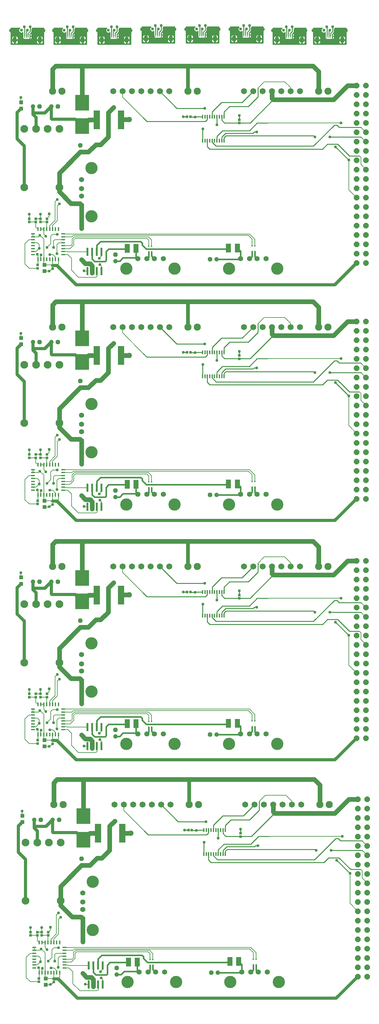
<source format=gtl>
G75*
G70*
%OFA0B0*%
%FSLAX24Y24*%
%IPPOS*%
%LPD*%
G04 *
G04 macro definitions for tiled file 'copperStiched.GTL':*
G04 *
%AMOC8*
5,1,8,0,0,1.08239X$1,22.5*
%
G04 *
G04 aperture list for tiled file 'copperStiched.GTL':*
G04 *
%ADD34C,0.0500*%
%ADD33R,0.0700X0.2000*%
%ADD15C,0.0827*%
%ADD26R,0.0236X0.0866*%
%ADD20C,0.0760*%
%ADD40C,0.0160*%
%ADD39C,0.0400*%
%ADD28R,0.0551X0.0945*%
%ADD25R,0.0394X0.0177*%
%ADD14C,0.0396*%
%ADD13C,0.0100*%
%ADD16OC8,0.0480*%
%ADD31R,0.1500X0.1669*%
%ADD27R,0.0394X0.0433*%
%ADD36R,0.0310X0.0310*%
%ADD29R,0.0256X0.0256*%
%ADD24R,0.0177X0.0394*%
%ADD38C,0.0320*%
%ADD18R,0.0433X0.0394*%
%ADD21C,0.0560*%
%ADD11R,0.0394X0.0528*%
%ADD30OC8,0.0600*%
%ADD37C,0.0591*%
%ADD19C,0.0650*%
%ADD22C,0.1310*%
%ADD23R,0.0157X0.0177*%
%ADD32R,0.0118X0.0394*%
%ADD12C,0.0310*%
%ADD10R,0.0098X0.0394*%
%ADD17C,0.0480*%
%ADD35C,0.0080*%
G04 *
G04 next data from source file './FFC-Adapteranothercopy/top_copper.GTL', *
G04 source file key is 'infile_0003'. *
G04 *
D10*
X011515Y120487D03*
X011712Y120487D03*
X011909Y120487D03*
X012105Y120487D03*
D11*
X013145Y120073D03*
X010475Y120073D03*
D12*
X011180Y121117D03*
X011495Y121471D03*
X011810Y121117D03*
X012125Y121471D03*
X012440Y121117D03*
D13*
X010055Y121356D02*
X010055Y119618D01*
X013565Y119618D01*
X013565Y121356D01*
X012386Y121356D01*
X012366Y121310D01*
X012305Y121248D01*
X012305Y121073D01*
X012305Y120924D01*
X012206Y120825D01*
X012212Y120823D01*
X012247Y120803D01*
X012275Y120776D01*
X012294Y120741D01*
X012305Y120703D01*
X012305Y120487D01*
X012106Y120487D01*
X012106Y120486D01*
X012305Y120486D01*
X012305Y120270D01*
X012294Y120232D01*
X012275Y120198D01*
X012247Y120170D01*
X012212Y120150D01*
X012174Y120140D01*
X012106Y120140D01*
X012106Y120486D01*
X012105Y120486D01*
X012105Y120140D01*
X012036Y120140D01*
X011998Y120150D01*
X011981Y120160D01*
X011805Y120160D01*
X011609Y120160D01*
X011412Y120160D01*
X011336Y120236D01*
X011336Y120411D01*
X011335Y120412D01*
X011335Y120872D01*
X011237Y120832D01*
X011124Y120832D01*
X011019Y120875D01*
X010939Y120955D01*
X010895Y121060D01*
X010895Y121173D01*
X010939Y121278D01*
X011016Y121356D01*
X010055Y121356D01*
X010055Y121260D02*
X010931Y121260D01*
X010895Y121162D02*
X010055Y121162D01*
X010055Y121063D02*
X010895Y121063D01*
X010935Y120964D02*
X010055Y120964D01*
X010055Y120866D02*
X011041Y120866D01*
X011319Y120866D02*
X011335Y120866D01*
X011335Y120767D02*
X010055Y120767D01*
X010055Y120669D02*
X011335Y120669D01*
X011335Y120570D02*
X010055Y120570D01*
X010055Y120472D02*
X010212Y120472D01*
X010221Y120477D02*
X010186Y120457D01*
X010159Y120429D01*
X010139Y120395D01*
X010129Y120357D01*
X010129Y120122D01*
X010427Y120122D01*
X010427Y120487D01*
X010259Y120487D01*
X010221Y120477D01*
X010133Y120373D02*
X010055Y120373D01*
X010055Y120275D02*
X010129Y120275D01*
X010129Y120176D02*
X010055Y120176D01*
X010055Y120078D02*
X010427Y120078D01*
X010427Y120122D02*
X010427Y120025D01*
X010129Y120025D01*
X010129Y119790D01*
X010139Y119752D01*
X010159Y119717D01*
X010186Y119689D01*
X010221Y119670D01*
X010259Y119659D01*
X010427Y119659D01*
X010427Y120025D01*
X010524Y120025D01*
X010524Y120122D01*
X010427Y120122D01*
X010427Y120176D02*
X010524Y120176D01*
X010524Y120122D02*
X010524Y120487D01*
X010692Y120487D01*
X010730Y120477D01*
X010764Y120457D01*
X010792Y120429D01*
X010812Y120395D01*
X010822Y120357D01*
X010822Y120122D01*
X010524Y120122D01*
X010524Y120078D02*
X013096Y120078D01*
X013096Y120122D02*
X013096Y120025D01*
X012798Y120025D01*
X012798Y119790D01*
X012808Y119752D01*
X012828Y119717D01*
X012856Y119689D01*
X012890Y119670D01*
X012928Y119659D01*
X013096Y119659D01*
X013096Y120025D01*
X013193Y120025D01*
X013193Y120122D01*
X013096Y120122D01*
X013096Y120487D01*
X012928Y120487D01*
X012890Y120477D01*
X012856Y120457D01*
X012828Y120429D01*
X012808Y120395D01*
X012798Y120357D01*
X012798Y120122D01*
X013096Y120122D01*
X013096Y120176D02*
X013193Y120176D01*
X013193Y120122D02*
X013193Y120487D01*
X013361Y120487D01*
X013399Y120477D01*
X013434Y120457D01*
X013462Y120429D01*
X013481Y120395D01*
X013492Y120357D01*
X013492Y120122D01*
X013193Y120122D01*
X013193Y120078D02*
X013565Y120078D01*
X013492Y120025D02*
X013193Y120025D01*
X013193Y119659D01*
X013361Y119659D01*
X013399Y119670D01*
X013434Y119689D01*
X013462Y119717D01*
X013481Y119752D01*
X013492Y119790D01*
X013492Y120025D01*
X013492Y119979D02*
X013565Y119979D01*
X013565Y119881D02*
X013492Y119881D01*
X013489Y119782D02*
X013565Y119782D01*
X013565Y119683D02*
X013423Y119683D01*
X013193Y119683D02*
X013096Y119683D01*
X013096Y119782D02*
X013193Y119782D01*
X013193Y119881D02*
X013096Y119881D01*
X013096Y119979D02*
X013193Y119979D01*
X013492Y120176D02*
X013565Y120176D01*
X013565Y120275D02*
X013492Y120275D01*
X013487Y120373D02*
X013565Y120373D01*
X013565Y120472D02*
X013408Y120472D01*
X013565Y120570D02*
X012305Y120570D01*
X012305Y120472D02*
X012881Y120472D01*
X012802Y120373D02*
X012305Y120373D01*
X012305Y120275D02*
X012798Y120275D01*
X012798Y120176D02*
X012253Y120176D01*
X012106Y120176D02*
X012105Y120176D01*
X012105Y120275D02*
X012106Y120275D01*
X012105Y120373D02*
X012106Y120373D01*
X012105Y120472D02*
X012106Y120472D01*
X012105Y120487D02*
X012105Y120683D01*
X012440Y121018D01*
X012440Y121117D01*
X012305Y121162D02*
X013565Y121162D01*
X013565Y121260D02*
X012317Y121260D01*
X012305Y121063D02*
X013565Y121063D01*
X013565Y120964D02*
X012305Y120964D01*
X012247Y120866D02*
X013565Y120866D01*
X013565Y120767D02*
X012279Y120767D01*
X012305Y120669D02*
X013565Y120669D01*
X013193Y120472D02*
X013096Y120472D01*
X013096Y120373D02*
X013193Y120373D01*
X013193Y120275D02*
X013096Y120275D01*
X012798Y119979D02*
X010822Y119979D01*
X010822Y120025D02*
X010524Y120025D01*
X010524Y119659D01*
X010692Y119659D01*
X010730Y119670D01*
X010764Y119689D01*
X010792Y119717D01*
X010812Y119752D01*
X010822Y119790D01*
X010822Y120025D01*
X010822Y119881D02*
X012798Y119881D01*
X012800Y119782D02*
X010820Y119782D01*
X010754Y119683D02*
X012866Y119683D01*
X012106Y120487D02*
X012106Y120724D01*
X012105Y120724D01*
X012105Y120487D01*
X012106Y120487D01*
X012105Y120570D02*
X012106Y120570D01*
X012105Y120669D02*
X012106Y120669D01*
X011909Y120782D02*
X011909Y120487D01*
X011712Y120487D02*
X011712Y121018D01*
X011810Y121117D01*
X012125Y120998D02*
X011909Y120782D01*
X012125Y120998D02*
X012125Y121471D01*
X011515Y121451D02*
X011515Y120487D01*
X011335Y120472D02*
X010739Y120472D01*
X010818Y120373D02*
X011336Y120373D01*
X011336Y120275D02*
X010822Y120275D01*
X010822Y120176D02*
X011395Y120176D01*
X010524Y120275D02*
X010427Y120275D01*
X010427Y120373D02*
X010524Y120373D01*
X010524Y120472D02*
X010427Y120472D01*
X010427Y119979D02*
X010524Y119979D01*
X010524Y119881D02*
X010427Y119881D01*
X010427Y119782D02*
X010524Y119782D01*
X010524Y119683D02*
X010427Y119683D01*
X010197Y119683D02*
X010055Y119683D01*
X010055Y119782D02*
X010131Y119782D01*
X010129Y119881D02*
X010055Y119881D01*
X010055Y119979D02*
X010129Y119979D01*
X011515Y121451D02*
X011495Y121471D01*
D14*
X010058Y121097D03*
X013562Y121097D03*
G04 *
G04 next data from source file './FFC-Adapter5thcopy/top_copper.GTL', *
G04 source file key is 'infile_0010'. *
G04 *
D10*
X020965Y120622D03*
X021162Y120622D03*
X021359Y120622D03*
X021555Y120622D03*
D11*
X022595Y120208D03*
X019925Y120208D03*
D12*
X020630Y121252D03*
X020945Y121606D03*
X021260Y121252D03*
X021575Y121606D03*
X021890Y121252D03*
D13*
X019505Y121491D02*
X019505Y119753D01*
X023015Y119753D01*
X023015Y121491D01*
X021836Y121491D01*
X021816Y121445D01*
X021755Y121383D01*
X021755Y121208D01*
X021755Y121059D01*
X021656Y120960D01*
X021662Y120958D01*
X021697Y120938D01*
X021725Y120911D01*
X021744Y120876D01*
X021755Y120838D01*
X021755Y120622D01*
X021556Y120622D01*
X021556Y120621D01*
X021755Y120621D01*
X021755Y120405D01*
X021744Y120367D01*
X021725Y120333D01*
X021697Y120305D01*
X021662Y120285D01*
X021624Y120275D01*
X021556Y120275D01*
X021556Y120621D01*
X021555Y120621D01*
X021555Y120275D01*
X021486Y120275D01*
X021448Y120285D01*
X021431Y120295D01*
X021255Y120295D01*
X021059Y120295D01*
X020862Y120295D01*
X020786Y120371D01*
X020786Y120546D01*
X020785Y120547D01*
X020785Y121007D01*
X020687Y120967D01*
X020574Y120967D01*
X020469Y121010D01*
X020389Y121090D01*
X020345Y121195D01*
X020345Y121308D01*
X020389Y121413D01*
X020466Y121491D01*
X019505Y121491D01*
X019505Y121395D02*
X020381Y121395D01*
X020345Y121297D02*
X019505Y121297D01*
X019505Y121198D02*
X020345Y121198D01*
X020385Y121099D02*
X019505Y121099D01*
X019505Y121001D02*
X020491Y121001D01*
X020769Y121001D02*
X020785Y121001D01*
X020785Y120902D02*
X019505Y120902D01*
X019505Y120804D02*
X020785Y120804D01*
X020785Y120705D02*
X019505Y120705D01*
X019505Y120607D02*
X019662Y120607D01*
X019671Y120612D02*
X019636Y120592D01*
X019609Y120564D01*
X019589Y120530D01*
X019579Y120492D01*
X019579Y120257D01*
X019877Y120257D01*
X019877Y120622D01*
X019709Y120622D01*
X019671Y120612D01*
X019583Y120508D02*
X019505Y120508D01*
X019505Y120410D02*
X019579Y120410D01*
X019579Y120311D02*
X019505Y120311D01*
X019505Y120213D02*
X019877Y120213D01*
X019877Y120257D02*
X019877Y120160D01*
X019579Y120160D01*
X019579Y119925D01*
X019589Y119887D01*
X019609Y119852D01*
X019636Y119824D01*
X019671Y119805D01*
X019709Y119794D01*
X019877Y119794D01*
X019877Y120160D01*
X019974Y120160D01*
X019974Y120257D01*
X019877Y120257D01*
X019877Y120311D02*
X019974Y120311D01*
X019974Y120257D02*
X019974Y120622D01*
X020142Y120622D01*
X020180Y120612D01*
X020214Y120592D01*
X020242Y120564D01*
X020262Y120530D01*
X020272Y120492D01*
X020272Y120257D01*
X019974Y120257D01*
X019974Y120213D02*
X022546Y120213D01*
X022546Y120257D02*
X022546Y120160D01*
X022248Y120160D01*
X022248Y119925D01*
X022258Y119887D01*
X022278Y119852D01*
X022306Y119824D01*
X022340Y119805D01*
X022378Y119794D01*
X022546Y119794D01*
X022546Y120160D01*
X022643Y120160D01*
X022643Y120257D01*
X022546Y120257D01*
X022546Y120622D01*
X022378Y120622D01*
X022340Y120612D01*
X022306Y120592D01*
X022278Y120564D01*
X022258Y120530D01*
X022248Y120492D01*
X022248Y120257D01*
X022546Y120257D01*
X022546Y120311D02*
X022643Y120311D01*
X022643Y120257D02*
X022643Y120622D01*
X022811Y120622D01*
X022849Y120612D01*
X022884Y120592D01*
X022912Y120564D01*
X022931Y120530D01*
X022942Y120492D01*
X022942Y120257D01*
X022643Y120257D01*
X022643Y120213D02*
X023015Y120213D01*
X022942Y120160D02*
X022643Y120160D01*
X022643Y119794D01*
X022811Y119794D01*
X022849Y119805D01*
X022884Y119824D01*
X022912Y119852D01*
X022931Y119887D01*
X022942Y119925D01*
X022942Y120160D01*
X022942Y120114D02*
X023015Y120114D01*
X023015Y120016D02*
X022942Y120016D01*
X022939Y119917D02*
X023015Y119917D01*
X023015Y119818D02*
X022873Y119818D01*
X022643Y119818D02*
X022546Y119818D01*
X022546Y119917D02*
X022643Y119917D01*
X022643Y120016D02*
X022546Y120016D01*
X022546Y120114D02*
X022643Y120114D01*
X022942Y120311D02*
X023015Y120311D01*
X023015Y120410D02*
X022942Y120410D01*
X022937Y120508D02*
X023015Y120508D01*
X023015Y120607D02*
X022858Y120607D01*
X023015Y120705D02*
X021755Y120705D01*
X021755Y120607D02*
X022331Y120607D01*
X022252Y120508D02*
X021755Y120508D01*
X021755Y120410D02*
X022248Y120410D01*
X022248Y120311D02*
X021703Y120311D01*
X021556Y120311D02*
X021555Y120311D01*
X021555Y120410D02*
X021556Y120410D01*
X021555Y120508D02*
X021556Y120508D01*
X021555Y120607D02*
X021556Y120607D01*
X021555Y120622D02*
X021555Y120818D01*
X021890Y121153D01*
X021890Y121252D01*
X021755Y121297D02*
X023015Y121297D01*
X023015Y121395D02*
X021767Y121395D01*
X021755Y121198D02*
X023015Y121198D01*
X023015Y121099D02*
X021755Y121099D01*
X021697Y121001D02*
X023015Y121001D01*
X023015Y120902D02*
X021729Y120902D01*
X021755Y120804D02*
X023015Y120804D01*
X022643Y120607D02*
X022546Y120607D01*
X022546Y120508D02*
X022643Y120508D01*
X022643Y120410D02*
X022546Y120410D01*
X022248Y120114D02*
X020272Y120114D01*
X020272Y120160D02*
X019974Y120160D01*
X019974Y119794D01*
X020142Y119794D01*
X020180Y119805D01*
X020214Y119824D01*
X020242Y119852D01*
X020262Y119887D01*
X020272Y119925D01*
X020272Y120160D01*
X020272Y120016D02*
X022248Y120016D01*
X022250Y119917D02*
X020270Y119917D01*
X020204Y119818D02*
X022316Y119818D01*
X021556Y120622D02*
X021556Y120859D01*
X021555Y120859D01*
X021555Y120622D01*
X021556Y120622D01*
X021555Y120705D02*
X021556Y120705D01*
X021555Y120804D02*
X021556Y120804D01*
X021359Y120917D02*
X021359Y120622D01*
X021162Y120622D02*
X021162Y121153D01*
X021260Y121252D01*
X021575Y121133D02*
X021359Y120917D01*
X021575Y121133D02*
X021575Y121606D01*
X020965Y121586D02*
X020965Y120622D01*
X020785Y120607D02*
X020189Y120607D01*
X020268Y120508D02*
X020786Y120508D01*
X020786Y120410D02*
X020272Y120410D01*
X020272Y120311D02*
X020845Y120311D01*
X019974Y120410D02*
X019877Y120410D01*
X019877Y120508D02*
X019974Y120508D01*
X019974Y120607D02*
X019877Y120607D01*
X019877Y120114D02*
X019974Y120114D01*
X019974Y120016D02*
X019877Y120016D01*
X019877Y119917D02*
X019974Y119917D01*
X019974Y119818D02*
X019877Y119818D01*
X019647Y119818D02*
X019505Y119818D01*
X019505Y119917D02*
X019581Y119917D01*
X019579Y120016D02*
X019505Y120016D01*
X019505Y120114D02*
X019579Y120114D01*
X020965Y121586D02*
X020945Y121606D01*
D14*
X019508Y121232D03*
X023012Y121232D03*
G04 *
G04 next data from source file './BDM/top_copper.GTL', *
G04 source file key is 'infile_0008'. *
G04 *
D15*
X002182Y053398D03*
X005932Y053398D03*
X005932Y059648D03*
X004682Y059648D03*
X003432Y059648D03*
X002182Y059648D03*
D16*
X003815Y062065D03*
X005784Y062065D03*
X008190Y057887D03*
X011942Y046183D03*
X022092Y045691D03*
D17*
X022792Y045691D03*
X011942Y045483D03*
X008190Y057187D03*
X005084Y062065D03*
X003115Y062065D03*
D18*
X001839Y061833D03*
X001839Y062502D03*
D19*
X011709Y063683D03*
X012709Y063683D03*
X013709Y063683D03*
X014709Y063683D03*
X015709Y063683D03*
X016709Y063683D03*
X017709Y063683D03*
X025709Y063683D03*
X026709Y063683D03*
X027709Y063683D03*
X028709Y063683D03*
X029709Y063683D03*
X030709Y063683D03*
X031709Y063683D03*
D20*
X033709Y063683D03*
X034709Y063683D03*
X020709Y063683D03*
X019709Y063683D03*
X006209Y063683D03*
X005209Y063683D03*
D21*
X008321Y054239D03*
X008321Y053259D03*
X008321Y052469D03*
X008321Y051489D03*
X014334Y045753D03*
X015314Y045753D03*
X016104Y045753D03*
X017084Y045753D03*
X025334Y045753D03*
X026314Y045753D03*
X027104Y045753D03*
X028084Y045753D03*
D22*
X029294Y044683D03*
X024124Y044683D03*
X018294Y044683D03*
X013124Y044683D03*
X009391Y050279D03*
X009391Y055449D03*
D23*
X015501Y047095D03*
X015816Y047095D03*
X015816Y046484D03*
X015501Y046484D03*
X026564Y046528D03*
X026879Y046528D03*
X026879Y047138D03*
X026564Y047138D03*
D24*
X005839Y045691D03*
X005524Y045691D03*
X005209Y045691D03*
X004895Y045691D03*
X004580Y045691D03*
X004265Y045691D03*
X003950Y045691D03*
X003635Y045691D03*
X003635Y048919D03*
X003950Y048919D03*
X004265Y048919D03*
X004580Y048919D03*
X004895Y048919D03*
X005209Y048919D03*
X005524Y048919D03*
X005839Y048919D03*
D25*
X006332Y048408D03*
X006332Y048093D03*
X006332Y047778D03*
X006332Y047463D03*
X006332Y047148D03*
X006332Y046833D03*
X006332Y046518D03*
X006332Y046203D03*
X003103Y046203D03*
X003103Y046518D03*
X003103Y046833D03*
X003103Y047148D03*
X003103Y047463D03*
X003103Y047778D03*
X003103Y048093D03*
X003103Y048408D03*
D26*
X008959Y046482D03*
X009459Y046482D03*
X009959Y046482D03*
X010459Y046482D03*
X010459Y044435D03*
X009959Y044435D03*
X009459Y044435D03*
X008959Y044435D03*
D27*
X004332Y044408D03*
X004332Y045077D03*
D28*
X013206Y046845D03*
X014150Y046845D03*
X024060Y046884D03*
X025005Y046884D03*
D29*
X025198Y060274D03*
X025198Y060628D03*
X019981Y060963D03*
X019627Y060963D03*
X004607Y050037D03*
X004607Y049683D03*
X003898Y049683D03*
X003898Y050037D03*
X003426Y050037D03*
X003426Y049683D03*
X002717Y049683D03*
X002717Y050037D03*
X003623Y045077D03*
X003623Y044723D03*
X005198Y044683D03*
X005198Y045037D03*
D30*
X037769Y045282D03*
X038769Y045282D03*
X038769Y046282D03*
X038769Y047282D03*
X037769Y047282D03*
X037769Y046282D03*
X037769Y048282D03*
X038769Y048282D03*
X038769Y049282D03*
X038769Y050282D03*
X037769Y050282D03*
X037769Y049282D03*
X037769Y051282D03*
X038769Y051282D03*
X038769Y052282D03*
X037769Y052282D03*
X037769Y053282D03*
X038769Y053282D03*
X038769Y054282D03*
X037769Y054282D03*
X037769Y055282D03*
X038769Y055282D03*
X038769Y056282D03*
X037769Y056282D03*
X037769Y057282D03*
X038769Y057282D03*
X038769Y058282D03*
X037769Y058282D03*
X037769Y059282D03*
X038769Y059282D03*
X038769Y060282D03*
X037769Y060282D03*
X037769Y061282D03*
X038769Y061282D03*
X038769Y062282D03*
X038769Y063282D03*
X037769Y063282D03*
X037769Y062282D03*
X037769Y064282D03*
X038769Y064282D03*
D31*
X008387Y062459D03*
X008387Y059947D03*
D32*
X021280Y060963D03*
X021536Y060963D03*
X021792Y060963D03*
X022048Y060963D03*
X022304Y060963D03*
X022560Y060963D03*
X022816Y060963D03*
X023072Y060963D03*
X023328Y060963D03*
X023584Y060963D03*
X023584Y058404D03*
X023328Y058404D03*
X023072Y058404D03*
X022816Y058404D03*
X022560Y058404D03*
X022304Y058404D03*
X022048Y058404D03*
X021792Y058404D03*
X021536Y058404D03*
X021280Y058404D03*
D33*
X012556Y060632D03*
X009956Y060632D03*
D12*
X011733Y061947D03*
X019213Y060963D03*
X020473Y060923D03*
X021497Y061868D03*
X022796Y060097D03*
X021300Y059663D03*
X025198Y061081D03*
X027087Y059309D03*
X033308Y058797D03*
X034922Y058797D03*
X035513Y057734D03*
X036930Y056317D03*
X036103Y060293D03*
X010198Y045805D03*
X010276Y045136D03*
X008584Y044467D03*
X008308Y045648D03*
X005670Y046278D03*
X004922Y046199D03*
X004607Y046947D03*
X005316Y046947D03*
X003780Y046868D03*
X003584Y046238D03*
X003977Y046160D03*
X004843Y044427D03*
X004489Y048167D03*
X003859Y048246D03*
X005709Y048364D03*
X008308Y048994D03*
X005946Y051632D03*
X005709Y052104D03*
X003898Y050530D03*
X002717Y050530D03*
X001812Y063010D03*
D34*
X005198Y063695D02*
X005209Y063683D01*
X005198Y063695D02*
X005198Y066041D01*
X005552Y066396D01*
X008347Y066396D01*
X008387Y066356D01*
X008387Y062459D01*
X009072Y060632D02*
X009956Y060632D01*
X009072Y060632D02*
X008387Y059947D01*
X009843Y057971D02*
X010355Y057971D01*
X011182Y058797D01*
X011182Y061396D01*
X011733Y061947D01*
X012571Y060648D02*
X013426Y060648D01*
X012571Y060648D02*
X012556Y060632D01*
X009843Y057971D02*
X009060Y057187D01*
X008190Y057187D01*
X005932Y054930D01*
X005932Y053398D01*
X005932Y052906D01*
X007166Y051671D01*
X008139Y051671D01*
X008321Y051489D01*
X008321Y049007D01*
X008308Y048994D01*
X008308Y045648D02*
X008702Y045215D01*
X009253Y045215D01*
X009450Y044978D01*
X009450Y044209D01*
X009459Y044435D01*
X028709Y062923D02*
X028859Y062774D01*
X035316Y062774D01*
X036824Y064282D01*
X037769Y064282D01*
X033709Y063683D02*
X033709Y065797D01*
X033111Y066396D01*
X019765Y066396D01*
X019709Y066341D01*
X019765Y066396D02*
X008347Y066396D01*
X028709Y063683D02*
X028709Y062923D01*
D13*
X028859Y062774D02*
X026379Y060293D01*
X025217Y060293D01*
X025198Y060274D01*
X025217Y060293D02*
X023623Y060293D01*
X023328Y060589D01*
X023328Y060963D01*
X023584Y060963D02*
X023584Y061474D01*
X024174Y062065D01*
X026182Y062065D01*
X027206Y063089D01*
X027206Y064034D01*
X026709Y063683D02*
X025524Y062498D01*
X023308Y062498D01*
X022304Y061494D01*
X022304Y060963D01*
X022816Y060963D02*
X022816Y060116D01*
X022796Y060097D01*
X023426Y059467D02*
X022816Y058856D01*
X022816Y058404D01*
X023328Y058404D02*
X023347Y058423D01*
X023347Y058797D01*
X023741Y059191D01*
X026694Y059191D01*
X026812Y059309D01*
X027087Y059309D01*
X026300Y059467D02*
X023426Y059467D01*
X023780Y058915D02*
X023584Y058719D01*
X023584Y058404D01*
X023780Y058915D02*
X033190Y058915D01*
X033308Y058797D01*
X033150Y057813D02*
X022717Y057813D01*
X022304Y058226D01*
X022304Y058404D01*
X021792Y058404D02*
X021792Y057754D01*
X022048Y057498D01*
X034135Y057498D01*
X034646Y058010D01*
X035749Y058010D01*
X037009Y056750D01*
X038072Y056750D01*
X036930Y056317D02*
X035513Y057734D01*
X034922Y058797D02*
X038253Y058797D01*
X038292Y058758D01*
X038269Y059782D02*
X038229Y059821D01*
X035906Y059821D01*
X035670Y060057D01*
X035395Y060057D01*
X033150Y057813D01*
X028269Y060293D02*
X027127Y060293D01*
X026300Y059467D01*
X025198Y060628D02*
X025198Y061081D01*
X021792Y060963D02*
X021792Y060667D01*
X021576Y060451D01*
X015316Y060451D01*
X014883Y060884D01*
X016709Y063683D02*
X018524Y061868D01*
X021497Y061868D01*
X021280Y060963D02*
X020513Y060963D01*
X020473Y060923D01*
X020021Y060923D01*
X019981Y060963D01*
X019627Y060963D02*
X019213Y060963D01*
X021280Y059644D02*
X021300Y059663D01*
X021280Y059644D02*
X021280Y058404D01*
D35*
X014883Y060884D02*
X012709Y063057D01*
X012709Y063683D01*
X001812Y063010D02*
X001812Y062530D01*
X001839Y062502D01*
X005709Y052104D02*
X005473Y051868D01*
X005473Y049860D01*
X004895Y049282D01*
X004895Y048919D01*
X005209Y048919D02*
X005209Y049321D01*
X005709Y049821D01*
X005709Y051396D01*
X005946Y051632D01*
X004843Y050569D02*
X004843Y050274D01*
X004607Y050037D01*
X004607Y049683D02*
X003898Y049683D01*
X003898Y050037D02*
X003426Y050037D01*
X003426Y049683D02*
X002717Y049683D01*
X002717Y050037D02*
X002717Y050530D01*
X003426Y049683D02*
X003426Y049128D01*
X003635Y048919D01*
X003950Y048919D02*
X004265Y048919D01*
X004265Y048392D01*
X004489Y048167D01*
X004265Y047841D02*
X003859Y048246D01*
X003706Y048093D01*
X003103Y048093D01*
X003103Y048408D01*
X003103Y047778D02*
X002682Y047778D01*
X002245Y047341D01*
X002245Y045175D01*
X002698Y044723D01*
X003623Y044723D01*
X003623Y045077D02*
X003635Y045089D01*
X003635Y045691D01*
X003635Y046250D01*
X003950Y046132D02*
X003950Y045691D01*
X004265Y045691D02*
X004265Y047841D01*
X003780Y047262D02*
X003780Y046868D01*
X003430Y046518D01*
X003103Y046518D01*
X003950Y046132D02*
X003977Y046160D01*
X004265Y045691D02*
X004265Y045144D01*
X004332Y045077D01*
X005158Y045077D01*
X005198Y045037D01*
X005198Y045679D01*
X005209Y045691D01*
X005524Y045691D02*
X005524Y045911D01*
X005237Y046199D01*
X004922Y046199D01*
X005670Y046278D02*
X005670Y047262D01*
X005867Y047459D01*
X006328Y047459D01*
X006332Y047463D01*
X006332Y047778D02*
X005438Y047778D01*
X005316Y047656D01*
X005316Y046947D01*
X005001Y047341D02*
X004607Y046947D01*
X005001Y047341D02*
X005001Y048167D01*
X005198Y048364D01*
X005709Y048364D01*
X006332Y048408D02*
X006335Y048404D01*
X026300Y048404D01*
X026879Y047825D01*
X026879Y047138D01*
X026564Y047138D02*
X026564Y047864D01*
X026182Y048246D01*
X007442Y048246D01*
X007288Y048093D01*
X006332Y048093D01*
X007324Y047852D02*
X007324Y047301D01*
X007166Y047144D01*
X006335Y047144D01*
X006332Y047148D01*
X006332Y046833D02*
X007091Y046833D01*
X007481Y047223D01*
X007481Y047774D01*
X007639Y047931D01*
X015316Y047931D01*
X015501Y047746D01*
X015501Y047095D01*
X015816Y047095D02*
X015816Y047746D01*
X015473Y048089D01*
X007560Y048089D01*
X007324Y047852D01*
X006733Y046514D02*
X006335Y046514D01*
X006332Y046518D01*
X006332Y046203D02*
X006847Y046203D01*
X007245Y045805D01*
X007245Y044506D01*
X007993Y043758D01*
X009843Y043758D01*
X009961Y043876D01*
X009961Y044433D01*
X009959Y044435D01*
X010459Y044435D02*
X010459Y044953D01*
X010276Y045136D01*
X010198Y045805D02*
X010459Y046067D01*
X010459Y046482D01*
X008959Y046482D02*
X006765Y046482D01*
X006733Y046514D01*
X005839Y045691D02*
X005839Y045187D01*
X005690Y045037D01*
X005198Y044683D02*
X005178Y044683D01*
X004922Y044427D01*
X004843Y044427D01*
X004922Y044408D02*
X005198Y044683D01*
X004922Y044408D02*
X004332Y044408D01*
X003780Y047262D02*
X003584Y047459D01*
X003107Y047459D01*
X003103Y047463D01*
X004580Y048919D02*
X004580Y049656D01*
X004607Y049683D01*
X003898Y050037D02*
X003898Y050530D01*
X008584Y044467D02*
X008615Y044435D01*
X008959Y044435D01*
X028269Y060293D02*
X036103Y060293D01*
X038269Y059782D02*
X038769Y059282D01*
X038292Y058758D02*
X038769Y058282D01*
X038072Y056750D02*
X038229Y056593D01*
X038229Y055845D01*
X038769Y055305D01*
X038769Y055282D01*
X036930Y056317D02*
X036930Y053120D01*
X037769Y052282D01*
X030709Y063683D02*
X030709Y064073D01*
X030080Y064703D01*
X027875Y064703D01*
X027206Y064034D01*
D36*
X004843Y050569D03*
D37*
X013426Y060648D03*
D38*
X008387Y059947D02*
X007646Y060687D01*
X005158Y060687D01*
X005084Y060761D01*
X005084Y062065D01*
X004375Y061356D01*
X003111Y061356D01*
X003111Y062061D01*
X003115Y062065D01*
X003111Y061356D02*
X003111Y061199D01*
X003432Y060878D01*
X003432Y059648D01*
X002182Y057837D02*
X001418Y058600D01*
X001418Y061411D01*
X001839Y061833D01*
X002182Y057837D02*
X002182Y053398D01*
X005198Y045037D02*
X005690Y045037D01*
X007757Y042971D01*
X035458Y042971D01*
X037769Y045282D01*
D39*
X019709Y063683D02*
X019709Y066341D01*
D40*
X014646Y047577D02*
X010355Y047577D01*
X009959Y047181D01*
X009959Y046482D01*
X009459Y046482D02*
X009459Y045717D01*
X009725Y045451D01*
X010828Y045451D01*
X010946Y045569D01*
X010946Y046514D01*
X011221Y046789D01*
X013150Y046789D01*
X013206Y046845D01*
X014150Y046845D02*
X014150Y045937D01*
X014334Y045753D01*
X014243Y045845D01*
X012757Y045845D01*
X012395Y045483D01*
X011942Y045483D01*
X014804Y047223D02*
X014804Y047419D01*
X014646Y047577D01*
X014804Y047223D02*
X015237Y046789D01*
X023859Y046789D01*
X023859Y046884D01*
X024060Y046884D01*
X025005Y046884D02*
X025334Y046554D01*
X025334Y045753D01*
X025272Y045691D01*
X022792Y045691D01*
X026314Y045753D02*
X026564Y046002D01*
X026564Y046528D01*
X026879Y046528D02*
X026879Y045979D01*
X027104Y045753D01*
X016104Y045753D02*
X015816Y046042D01*
X015816Y046484D01*
X015501Y046484D02*
X015501Y045939D01*
X015314Y045753D01*
G04 *
G04 next data from source file './BDMcopy/top_copper.GTL', *
G04 source file key is 'infile_0007'. *
G04 *
D15*
X002182Y079048D03*
X005932Y079048D03*
X005932Y085298D03*
X004682Y085298D03*
X003432Y085298D03*
X002182Y085298D03*
D16*
X003815Y087715D03*
X005784Y087715D03*
X008190Y083537D03*
X011942Y071833D03*
X022092Y071341D03*
D17*
X022792Y071341D03*
X011942Y071133D03*
X008190Y082837D03*
X005084Y087715D03*
X003115Y087715D03*
D18*
X001839Y087483D03*
X001839Y088152D03*
D19*
X011709Y089333D03*
X012709Y089333D03*
X013709Y089333D03*
X014709Y089333D03*
X015709Y089333D03*
X016709Y089333D03*
X017709Y089333D03*
X025709Y089333D03*
X026709Y089333D03*
X027709Y089333D03*
X028709Y089333D03*
X029709Y089333D03*
X030709Y089333D03*
X031709Y089333D03*
D20*
X033709Y089333D03*
X034709Y089333D03*
X020709Y089333D03*
X019709Y089333D03*
X006209Y089333D03*
X005209Y089333D03*
D21*
X008321Y079889D03*
X008321Y078909D03*
X008321Y078119D03*
X008321Y077139D03*
X014334Y071403D03*
X015314Y071403D03*
X016104Y071403D03*
X017084Y071403D03*
X025334Y071403D03*
X026314Y071403D03*
X027104Y071403D03*
X028084Y071403D03*
D22*
X029294Y070333D03*
X024124Y070333D03*
X018294Y070333D03*
X013124Y070333D03*
X009391Y075929D03*
X009391Y081099D03*
D23*
X015501Y072745D03*
X015816Y072745D03*
X015816Y072134D03*
X015501Y072134D03*
X026564Y072178D03*
X026879Y072178D03*
X026879Y072788D03*
X026564Y072788D03*
D24*
X005839Y071341D03*
X005524Y071341D03*
X005209Y071341D03*
X004895Y071341D03*
X004580Y071341D03*
X004265Y071341D03*
X003950Y071341D03*
X003635Y071341D03*
X003635Y074569D03*
X003950Y074569D03*
X004265Y074569D03*
X004580Y074569D03*
X004895Y074569D03*
X005209Y074569D03*
X005524Y074569D03*
X005839Y074569D03*
D25*
X006332Y074058D03*
X006332Y073743D03*
X006332Y073428D03*
X006332Y073113D03*
X006332Y072798D03*
X006332Y072483D03*
X006332Y072168D03*
X006332Y071853D03*
X003103Y071853D03*
X003103Y072168D03*
X003103Y072483D03*
X003103Y072798D03*
X003103Y073113D03*
X003103Y073428D03*
X003103Y073743D03*
X003103Y074058D03*
D26*
X008959Y072132D03*
X009459Y072132D03*
X009959Y072132D03*
X010459Y072132D03*
X010459Y070085D03*
X009959Y070085D03*
X009459Y070085D03*
X008959Y070085D03*
D27*
X004332Y070058D03*
X004332Y070727D03*
D28*
X013206Y072495D03*
X014150Y072495D03*
X024060Y072534D03*
X025005Y072534D03*
D29*
X025198Y085924D03*
X025198Y086278D03*
X019981Y086613D03*
X019627Y086613D03*
X004607Y075687D03*
X004607Y075333D03*
X003898Y075333D03*
X003898Y075687D03*
X003426Y075687D03*
X003426Y075333D03*
X002717Y075333D03*
X002717Y075687D03*
X003623Y070727D03*
X003623Y070373D03*
X005198Y070333D03*
X005198Y070687D03*
D30*
X037769Y070932D03*
X038769Y070932D03*
X038769Y071932D03*
X038769Y072932D03*
X037769Y072932D03*
X037769Y071932D03*
X037769Y073932D03*
X038769Y073932D03*
X038769Y074932D03*
X038769Y075932D03*
X037769Y075932D03*
X037769Y074932D03*
X037769Y076932D03*
X038769Y076932D03*
X038769Y077932D03*
X037769Y077932D03*
X037769Y078932D03*
X038769Y078932D03*
X038769Y079932D03*
X037769Y079932D03*
X037769Y080932D03*
X038769Y080932D03*
X038769Y081932D03*
X037769Y081932D03*
X037769Y082932D03*
X038769Y082932D03*
X038769Y083932D03*
X037769Y083932D03*
X037769Y084932D03*
X038769Y084932D03*
X038769Y085932D03*
X037769Y085932D03*
X037769Y086932D03*
X038769Y086932D03*
X038769Y087932D03*
X038769Y088932D03*
X037769Y088932D03*
X037769Y087932D03*
X037769Y089932D03*
X038769Y089932D03*
D31*
X008387Y088109D03*
X008387Y085597D03*
D32*
X021280Y086613D03*
X021536Y086613D03*
X021792Y086613D03*
X022048Y086613D03*
X022304Y086613D03*
X022560Y086613D03*
X022816Y086613D03*
X023072Y086613D03*
X023328Y086613D03*
X023584Y086613D03*
X023584Y084054D03*
X023328Y084054D03*
X023072Y084054D03*
X022816Y084054D03*
X022560Y084054D03*
X022304Y084054D03*
X022048Y084054D03*
X021792Y084054D03*
X021536Y084054D03*
X021280Y084054D03*
D33*
X012556Y086282D03*
X009956Y086282D03*
D12*
X011733Y087597D03*
X019213Y086613D03*
X020473Y086573D03*
X021497Y087518D03*
X022796Y085747D03*
X021300Y085313D03*
X025198Y086731D03*
X027087Y084959D03*
X033308Y084447D03*
X034922Y084447D03*
X035513Y083384D03*
X036930Y081967D03*
X036103Y085943D03*
X010198Y071455D03*
X010276Y070786D03*
X008584Y070117D03*
X008308Y071298D03*
X005670Y071928D03*
X004922Y071849D03*
X004607Y072597D03*
X005316Y072597D03*
X003780Y072518D03*
X003584Y071888D03*
X003977Y071810D03*
X004843Y070077D03*
X004489Y073817D03*
X003859Y073896D03*
X005709Y074014D03*
X008308Y074644D03*
X005946Y077282D03*
X005709Y077754D03*
X003898Y076180D03*
X002717Y076180D03*
X001812Y088660D03*
D34*
X005198Y089345D02*
X005209Y089333D01*
X005198Y089345D02*
X005198Y091691D01*
X005552Y092046D01*
X008347Y092046D01*
X008387Y092006D01*
X008387Y088109D01*
X009072Y086282D02*
X009956Y086282D01*
X009072Y086282D02*
X008387Y085597D01*
X009843Y083621D02*
X010355Y083621D01*
X011182Y084447D01*
X011182Y087046D01*
X011733Y087597D01*
X012571Y086298D02*
X013426Y086298D01*
X012571Y086298D02*
X012556Y086282D01*
X009843Y083621D02*
X009060Y082837D01*
X008190Y082837D01*
X005932Y080580D01*
X005932Y079048D01*
X005932Y078556D01*
X007166Y077321D01*
X008139Y077321D01*
X008321Y077139D01*
X008321Y074657D01*
X008308Y074644D01*
X008308Y071298D02*
X008702Y070865D01*
X009253Y070865D01*
X009450Y070628D01*
X009450Y069859D01*
X009459Y070085D01*
X028709Y088573D02*
X028859Y088424D01*
X035316Y088424D01*
X036824Y089932D01*
X037769Y089932D01*
X033709Y089333D02*
X033709Y091447D01*
X033111Y092046D01*
X019765Y092046D01*
X019709Y091991D01*
X019765Y092046D02*
X008347Y092046D01*
X028709Y089333D02*
X028709Y088573D01*
D13*
X028859Y088424D02*
X026379Y085943D01*
X025217Y085943D01*
X025198Y085924D01*
X025217Y085943D02*
X023623Y085943D01*
X023328Y086239D01*
X023328Y086613D01*
X023584Y086613D02*
X023584Y087124D01*
X024174Y087715D01*
X026182Y087715D01*
X027206Y088739D01*
X027206Y089684D01*
X026709Y089333D02*
X025524Y088148D01*
X023308Y088148D01*
X022304Y087144D01*
X022304Y086613D01*
X022816Y086613D02*
X022816Y085766D01*
X022796Y085747D01*
X023426Y085117D02*
X022816Y084506D01*
X022816Y084054D01*
X023328Y084054D02*
X023347Y084073D01*
X023347Y084447D01*
X023741Y084841D01*
X026694Y084841D01*
X026812Y084959D01*
X027087Y084959D01*
X026300Y085117D02*
X023426Y085117D01*
X023780Y084565D02*
X023584Y084369D01*
X023584Y084054D01*
X023780Y084565D02*
X033190Y084565D01*
X033308Y084447D01*
X033150Y083463D02*
X022717Y083463D01*
X022304Y083876D01*
X022304Y084054D01*
X021792Y084054D02*
X021792Y083404D01*
X022048Y083148D01*
X034135Y083148D01*
X034646Y083660D01*
X035749Y083660D01*
X037009Y082400D01*
X038072Y082400D01*
X036930Y081967D02*
X035513Y083384D01*
X034922Y084447D02*
X038253Y084447D01*
X038292Y084408D01*
X038269Y085432D02*
X038229Y085471D01*
X035906Y085471D01*
X035670Y085707D01*
X035395Y085707D01*
X033150Y083463D01*
X028269Y085943D02*
X027127Y085943D01*
X026300Y085117D01*
X025198Y086278D02*
X025198Y086731D01*
X021792Y086613D02*
X021792Y086317D01*
X021576Y086101D01*
X015316Y086101D01*
X014883Y086534D01*
X016709Y089333D02*
X018524Y087518D01*
X021497Y087518D01*
X021280Y086613D02*
X020513Y086613D01*
X020473Y086573D01*
X020021Y086573D01*
X019981Y086613D01*
X019627Y086613D02*
X019213Y086613D01*
X021280Y085294D02*
X021300Y085313D01*
X021280Y085294D02*
X021280Y084054D01*
D35*
X014883Y086534D02*
X012709Y088707D01*
X012709Y089333D01*
X001812Y088660D02*
X001812Y088180D01*
X001839Y088152D01*
X005709Y077754D02*
X005473Y077518D01*
X005473Y075510D01*
X004895Y074932D01*
X004895Y074569D01*
X005209Y074569D02*
X005209Y074971D01*
X005709Y075471D01*
X005709Y077046D01*
X005946Y077282D01*
X004843Y076219D02*
X004843Y075924D01*
X004607Y075687D01*
X004607Y075333D02*
X003898Y075333D01*
X003898Y075687D02*
X003426Y075687D01*
X003426Y075333D02*
X002717Y075333D01*
X002717Y075687D02*
X002717Y076180D01*
X003426Y075333D02*
X003426Y074778D01*
X003635Y074569D01*
X003950Y074569D02*
X004265Y074569D01*
X004265Y074042D01*
X004489Y073817D01*
X004265Y073491D02*
X003859Y073896D01*
X003706Y073743D01*
X003103Y073743D01*
X003103Y074058D01*
X003103Y073428D02*
X002682Y073428D01*
X002245Y072991D01*
X002245Y070825D01*
X002698Y070373D01*
X003623Y070373D01*
X003623Y070727D02*
X003635Y070739D01*
X003635Y071341D01*
X003635Y071900D01*
X003950Y071782D02*
X003950Y071341D01*
X004265Y071341D02*
X004265Y073491D01*
X003780Y072912D02*
X003780Y072518D01*
X003430Y072168D01*
X003103Y072168D01*
X003950Y071782D02*
X003977Y071810D01*
X004265Y071341D02*
X004265Y070794D01*
X004332Y070727D01*
X005158Y070727D01*
X005198Y070687D01*
X005198Y071329D01*
X005209Y071341D01*
X005524Y071341D02*
X005524Y071561D01*
X005237Y071849D01*
X004922Y071849D01*
X005670Y071928D02*
X005670Y072912D01*
X005867Y073109D01*
X006328Y073109D01*
X006332Y073113D01*
X006332Y073428D02*
X005438Y073428D01*
X005316Y073306D01*
X005316Y072597D01*
X005001Y072991D02*
X004607Y072597D01*
X005001Y072991D02*
X005001Y073817D01*
X005198Y074014D01*
X005709Y074014D01*
X006332Y074058D02*
X006335Y074054D01*
X026300Y074054D01*
X026879Y073475D01*
X026879Y072788D01*
X026564Y072788D02*
X026564Y073514D01*
X026182Y073896D01*
X007442Y073896D01*
X007288Y073743D01*
X006332Y073743D01*
X007324Y073502D02*
X007324Y072951D01*
X007166Y072794D01*
X006335Y072794D01*
X006332Y072798D01*
X006332Y072483D02*
X007091Y072483D01*
X007481Y072873D01*
X007481Y073424D01*
X007639Y073581D01*
X015316Y073581D01*
X015501Y073396D01*
X015501Y072745D01*
X015816Y072745D02*
X015816Y073396D01*
X015473Y073739D01*
X007560Y073739D01*
X007324Y073502D01*
X006733Y072164D02*
X006335Y072164D01*
X006332Y072168D01*
X006332Y071853D02*
X006847Y071853D01*
X007245Y071455D01*
X007245Y070156D01*
X007993Y069408D01*
X009843Y069408D01*
X009961Y069526D01*
X009961Y070083D01*
X009959Y070085D01*
X010459Y070085D02*
X010459Y070603D01*
X010276Y070786D01*
X010198Y071455D02*
X010459Y071717D01*
X010459Y072132D01*
X008959Y072132D02*
X006765Y072132D01*
X006733Y072164D01*
X005839Y071341D02*
X005839Y070837D01*
X005690Y070687D01*
X005198Y070333D02*
X005178Y070333D01*
X004922Y070077D01*
X004843Y070077D01*
X004922Y070058D02*
X005198Y070333D01*
X004922Y070058D02*
X004332Y070058D01*
X003780Y072912D02*
X003584Y073109D01*
X003107Y073109D01*
X003103Y073113D01*
X004580Y074569D02*
X004580Y075306D01*
X004607Y075333D01*
X003898Y075687D02*
X003898Y076180D01*
X008584Y070117D02*
X008615Y070085D01*
X008959Y070085D01*
X028269Y085943D02*
X036103Y085943D01*
X038269Y085432D02*
X038769Y084932D01*
X038292Y084408D02*
X038769Y083932D01*
X038072Y082400D02*
X038229Y082243D01*
X038229Y081495D01*
X038769Y080955D01*
X038769Y080932D01*
X036930Y081967D02*
X036930Y078770D01*
X037769Y077932D01*
X030709Y089333D02*
X030709Y089723D01*
X030080Y090353D01*
X027875Y090353D01*
X027206Y089684D01*
D36*
X004843Y076219D03*
D37*
X013426Y086298D03*
D38*
X008387Y085597D02*
X007646Y086337D01*
X005158Y086337D01*
X005084Y086411D01*
X005084Y087715D01*
X004375Y087006D01*
X003111Y087006D01*
X003111Y087711D01*
X003115Y087715D01*
X003111Y087006D02*
X003111Y086849D01*
X003432Y086528D01*
X003432Y085298D01*
X002182Y083487D02*
X001418Y084250D01*
X001418Y087061D01*
X001839Y087483D01*
X002182Y083487D02*
X002182Y079048D01*
X005198Y070687D02*
X005690Y070687D01*
X007757Y068621D01*
X035458Y068621D01*
X037769Y070932D01*
D39*
X019709Y089333D02*
X019709Y091991D01*
D40*
X014646Y073227D02*
X010355Y073227D01*
X009959Y072831D01*
X009959Y072132D01*
X009459Y072132D02*
X009459Y071367D01*
X009725Y071101D01*
X010828Y071101D01*
X010946Y071219D01*
X010946Y072164D01*
X011221Y072439D01*
X013150Y072439D01*
X013206Y072495D01*
X014150Y072495D02*
X014150Y071587D01*
X014334Y071403D01*
X014243Y071495D01*
X012757Y071495D01*
X012395Y071133D01*
X011942Y071133D01*
X014804Y072873D02*
X014804Y073069D01*
X014646Y073227D01*
X014804Y072873D02*
X015237Y072439D01*
X023859Y072439D01*
X023859Y072534D01*
X024060Y072534D01*
X025005Y072534D02*
X025334Y072204D01*
X025334Y071403D01*
X025272Y071341D01*
X022792Y071341D01*
X026314Y071403D02*
X026564Y071652D01*
X026564Y072178D01*
X026879Y072178D02*
X026879Y071629D01*
X027104Y071403D01*
X016104Y071403D02*
X015816Y071692D01*
X015816Y072134D01*
X015501Y072134D02*
X015501Y071589D01*
X015314Y071403D01*
G04 *
G04 next data from source file './FFC-Adapter4thcopy/top_copper.GTL', *
G04 source file key is 'infile_0004'. *
G04 *
D10*
X034600Y120487D03*
X034797Y120487D03*
X034994Y120487D03*
X035190Y120487D03*
D11*
X036230Y120073D03*
X033560Y120073D03*
D12*
X034265Y121117D03*
X034580Y121471D03*
X034895Y121117D03*
X035210Y121471D03*
X035525Y121117D03*
D13*
X033140Y121356D02*
X033140Y119618D01*
X036650Y119618D01*
X036650Y121356D01*
X035471Y121356D01*
X035451Y121310D01*
X035390Y121248D01*
X035390Y121073D01*
X035390Y120924D01*
X035291Y120825D01*
X035297Y120823D01*
X035332Y120803D01*
X035360Y120776D01*
X035379Y120741D01*
X035390Y120703D01*
X035390Y120487D01*
X035191Y120487D01*
X035191Y120486D01*
X035390Y120486D01*
X035390Y120270D01*
X035379Y120232D01*
X035360Y120198D01*
X035332Y120170D01*
X035297Y120150D01*
X035259Y120140D01*
X035191Y120140D01*
X035191Y120486D01*
X035190Y120486D01*
X035190Y120140D01*
X035121Y120140D01*
X035083Y120150D01*
X035066Y120160D01*
X034890Y120160D01*
X034694Y120160D01*
X034497Y120160D01*
X034421Y120236D01*
X034421Y120411D01*
X034420Y120412D01*
X034420Y120872D01*
X034322Y120832D01*
X034209Y120832D01*
X034104Y120875D01*
X034024Y120955D01*
X033980Y121060D01*
X033980Y121173D01*
X034024Y121278D01*
X034101Y121356D01*
X033140Y121356D01*
X033140Y121260D02*
X034016Y121260D01*
X033980Y121162D02*
X033140Y121162D01*
X033140Y121063D02*
X033980Y121063D01*
X034020Y120964D02*
X033140Y120964D01*
X033140Y120866D02*
X034126Y120866D01*
X034404Y120866D02*
X034420Y120866D01*
X034420Y120767D02*
X033140Y120767D01*
X033140Y120669D02*
X034420Y120669D01*
X034420Y120570D02*
X033140Y120570D01*
X033140Y120472D02*
X033297Y120472D01*
X033306Y120477D02*
X033271Y120457D01*
X033244Y120429D01*
X033224Y120395D01*
X033214Y120357D01*
X033214Y120122D01*
X033512Y120122D01*
X033512Y120487D01*
X033344Y120487D01*
X033306Y120477D01*
X033218Y120373D02*
X033140Y120373D01*
X033140Y120275D02*
X033214Y120275D01*
X033214Y120176D02*
X033140Y120176D01*
X033140Y120078D02*
X033512Y120078D01*
X033512Y120122D02*
X033512Y120025D01*
X033214Y120025D01*
X033214Y119790D01*
X033224Y119752D01*
X033244Y119717D01*
X033271Y119689D01*
X033306Y119670D01*
X033344Y119659D01*
X033512Y119659D01*
X033512Y120025D01*
X033609Y120025D01*
X033609Y120122D01*
X033512Y120122D01*
X033512Y120176D02*
X033609Y120176D01*
X033609Y120122D02*
X033609Y120487D01*
X033777Y120487D01*
X033815Y120477D01*
X033849Y120457D01*
X033877Y120429D01*
X033897Y120395D01*
X033907Y120357D01*
X033907Y120122D01*
X033609Y120122D01*
X033609Y120078D02*
X036181Y120078D01*
X036181Y120122D02*
X036181Y120025D01*
X035883Y120025D01*
X035883Y119790D01*
X035893Y119752D01*
X035913Y119717D01*
X035941Y119689D01*
X035975Y119670D01*
X036013Y119659D01*
X036181Y119659D01*
X036181Y120025D01*
X036278Y120025D01*
X036278Y120122D01*
X036181Y120122D01*
X036181Y120487D01*
X036013Y120487D01*
X035975Y120477D01*
X035941Y120457D01*
X035913Y120429D01*
X035893Y120395D01*
X035883Y120357D01*
X035883Y120122D01*
X036181Y120122D01*
X036181Y120176D02*
X036278Y120176D01*
X036278Y120122D02*
X036278Y120487D01*
X036446Y120487D01*
X036484Y120477D01*
X036519Y120457D01*
X036547Y120429D01*
X036566Y120395D01*
X036577Y120357D01*
X036577Y120122D01*
X036278Y120122D01*
X036278Y120078D02*
X036650Y120078D01*
X036577Y120025D02*
X036278Y120025D01*
X036278Y119659D01*
X036446Y119659D01*
X036484Y119670D01*
X036519Y119689D01*
X036547Y119717D01*
X036566Y119752D01*
X036577Y119790D01*
X036577Y120025D01*
X036577Y119979D02*
X036650Y119979D01*
X036650Y119881D02*
X036577Y119881D01*
X036574Y119782D02*
X036650Y119782D01*
X036650Y119683D02*
X036508Y119683D01*
X036278Y119683D02*
X036181Y119683D01*
X036181Y119782D02*
X036278Y119782D01*
X036278Y119881D02*
X036181Y119881D01*
X036181Y119979D02*
X036278Y119979D01*
X036577Y120176D02*
X036650Y120176D01*
X036650Y120275D02*
X036577Y120275D01*
X036572Y120373D02*
X036650Y120373D01*
X036650Y120472D02*
X036493Y120472D01*
X036650Y120570D02*
X035390Y120570D01*
X035390Y120472D02*
X035966Y120472D01*
X035887Y120373D02*
X035390Y120373D01*
X035390Y120275D02*
X035883Y120275D01*
X035883Y120176D02*
X035338Y120176D01*
X035191Y120176D02*
X035190Y120176D01*
X035190Y120275D02*
X035191Y120275D01*
X035190Y120373D02*
X035191Y120373D01*
X035190Y120472D02*
X035191Y120472D01*
X035190Y120487D02*
X035190Y120683D01*
X035525Y121018D01*
X035525Y121117D01*
X035390Y121162D02*
X036650Y121162D01*
X036650Y121260D02*
X035402Y121260D01*
X035390Y121063D02*
X036650Y121063D01*
X036650Y120964D02*
X035390Y120964D01*
X035332Y120866D02*
X036650Y120866D01*
X036650Y120767D02*
X035364Y120767D01*
X035390Y120669D02*
X036650Y120669D01*
X036278Y120472D02*
X036181Y120472D01*
X036181Y120373D02*
X036278Y120373D01*
X036278Y120275D02*
X036181Y120275D01*
X035883Y119979D02*
X033907Y119979D01*
X033907Y120025D02*
X033609Y120025D01*
X033609Y119659D01*
X033777Y119659D01*
X033815Y119670D01*
X033849Y119689D01*
X033877Y119717D01*
X033897Y119752D01*
X033907Y119790D01*
X033907Y120025D01*
X033907Y119881D02*
X035883Y119881D01*
X035885Y119782D02*
X033905Y119782D01*
X033839Y119683D02*
X035951Y119683D01*
X035191Y120487D02*
X035191Y120724D01*
X035190Y120724D01*
X035190Y120487D01*
X035191Y120487D01*
X035190Y120570D02*
X035191Y120570D01*
X035190Y120669D02*
X035191Y120669D01*
X034994Y120782D02*
X034994Y120487D01*
X034797Y120487D02*
X034797Y121018D01*
X034895Y121117D01*
X035210Y120998D02*
X034994Y120782D01*
X035210Y120998D02*
X035210Y121471D01*
X034600Y121451D02*
X034600Y120487D01*
X034420Y120472D02*
X033824Y120472D01*
X033903Y120373D02*
X034421Y120373D01*
X034421Y120275D02*
X033907Y120275D01*
X033907Y120176D02*
X034480Y120176D01*
X033609Y120275D02*
X033512Y120275D01*
X033512Y120373D02*
X033609Y120373D01*
X033609Y120472D02*
X033512Y120472D01*
X033512Y119979D02*
X033609Y119979D01*
X033609Y119881D02*
X033512Y119881D01*
X033512Y119782D02*
X033609Y119782D01*
X033609Y119683D02*
X033512Y119683D01*
X033282Y119683D02*
X033140Y119683D01*
X033140Y119782D02*
X033216Y119782D01*
X033214Y119881D02*
X033140Y119881D01*
X033140Y119979D02*
X033214Y119979D01*
X034600Y121451D02*
X034580Y121471D01*
D14*
X033143Y121097D03*
X036647Y121097D03*
G04 *
G04 next data from source file './FFC-Adaptercopy/top_copper.GTL', *
G04 source file key is 'infile_0012'. *
G04 *
D10*
X016240Y120622D03*
X016437Y120622D03*
X016634Y120622D03*
X016830Y120622D03*
D11*
X017870Y120208D03*
X015200Y120208D03*
D12*
X015905Y121252D03*
X016220Y121606D03*
X016535Y121252D03*
X016850Y121606D03*
X017165Y121252D03*
D13*
X014780Y121491D02*
X014780Y119753D01*
X018290Y119753D01*
X018290Y121491D01*
X017111Y121491D01*
X017091Y121445D01*
X017030Y121383D01*
X017030Y121208D01*
X017030Y121059D01*
X016931Y120960D01*
X016937Y120958D01*
X016972Y120938D01*
X017000Y120911D01*
X017019Y120876D01*
X017030Y120838D01*
X017030Y120622D01*
X016831Y120622D01*
X016831Y120621D01*
X017030Y120621D01*
X017030Y120405D01*
X017019Y120367D01*
X017000Y120333D01*
X016972Y120305D01*
X016937Y120285D01*
X016899Y120275D01*
X016831Y120275D01*
X016831Y120621D01*
X016830Y120621D01*
X016830Y120275D01*
X016761Y120275D01*
X016723Y120285D01*
X016706Y120295D01*
X016530Y120295D01*
X016334Y120295D01*
X016137Y120295D01*
X016061Y120371D01*
X016061Y120546D01*
X016060Y120547D01*
X016060Y121007D01*
X015962Y120967D01*
X015849Y120967D01*
X015744Y121010D01*
X015664Y121090D01*
X015620Y121195D01*
X015620Y121308D01*
X015664Y121413D01*
X015741Y121491D01*
X014780Y121491D01*
X014780Y121395D02*
X015656Y121395D01*
X015620Y121297D02*
X014780Y121297D01*
X014780Y121198D02*
X015620Y121198D01*
X015660Y121099D02*
X014780Y121099D01*
X014780Y121001D02*
X015766Y121001D01*
X016044Y121001D02*
X016060Y121001D01*
X016060Y120902D02*
X014780Y120902D01*
X014780Y120804D02*
X016060Y120804D01*
X016060Y120705D02*
X014780Y120705D01*
X014780Y120607D02*
X014937Y120607D01*
X014946Y120612D02*
X014911Y120592D01*
X014884Y120564D01*
X014864Y120530D01*
X014854Y120492D01*
X014854Y120257D01*
X015152Y120257D01*
X015152Y120622D01*
X014984Y120622D01*
X014946Y120612D01*
X014858Y120508D02*
X014780Y120508D01*
X014780Y120410D02*
X014854Y120410D01*
X014854Y120311D02*
X014780Y120311D01*
X014780Y120213D02*
X015152Y120213D01*
X015152Y120257D02*
X015152Y120160D01*
X014854Y120160D01*
X014854Y119925D01*
X014864Y119887D01*
X014884Y119852D01*
X014911Y119824D01*
X014946Y119805D01*
X014984Y119794D01*
X015152Y119794D01*
X015152Y120160D01*
X015249Y120160D01*
X015249Y120257D01*
X015152Y120257D01*
X015152Y120311D02*
X015249Y120311D01*
X015249Y120257D02*
X015249Y120622D01*
X015417Y120622D01*
X015455Y120612D01*
X015489Y120592D01*
X015517Y120564D01*
X015537Y120530D01*
X015547Y120492D01*
X015547Y120257D01*
X015249Y120257D01*
X015249Y120213D02*
X017821Y120213D01*
X017821Y120257D02*
X017821Y120160D01*
X017523Y120160D01*
X017523Y119925D01*
X017533Y119887D01*
X017553Y119852D01*
X017581Y119824D01*
X017615Y119805D01*
X017653Y119794D01*
X017821Y119794D01*
X017821Y120160D01*
X017918Y120160D01*
X017918Y120257D01*
X017821Y120257D01*
X017821Y120622D01*
X017653Y120622D01*
X017615Y120612D01*
X017581Y120592D01*
X017553Y120564D01*
X017533Y120530D01*
X017523Y120492D01*
X017523Y120257D01*
X017821Y120257D01*
X017821Y120311D02*
X017918Y120311D01*
X017918Y120257D02*
X017918Y120622D01*
X018086Y120622D01*
X018124Y120612D01*
X018159Y120592D01*
X018187Y120564D01*
X018206Y120530D01*
X018217Y120492D01*
X018217Y120257D01*
X017918Y120257D01*
X017918Y120213D02*
X018290Y120213D01*
X018217Y120160D02*
X017918Y120160D01*
X017918Y119794D01*
X018086Y119794D01*
X018124Y119805D01*
X018159Y119824D01*
X018187Y119852D01*
X018206Y119887D01*
X018217Y119925D01*
X018217Y120160D01*
X018217Y120114D02*
X018290Y120114D01*
X018290Y120016D02*
X018217Y120016D01*
X018214Y119917D02*
X018290Y119917D01*
X018290Y119818D02*
X018148Y119818D01*
X017918Y119818D02*
X017821Y119818D01*
X017821Y119917D02*
X017918Y119917D01*
X017918Y120016D02*
X017821Y120016D01*
X017821Y120114D02*
X017918Y120114D01*
X018217Y120311D02*
X018290Y120311D01*
X018290Y120410D02*
X018217Y120410D01*
X018212Y120508D02*
X018290Y120508D01*
X018290Y120607D02*
X018133Y120607D01*
X018290Y120705D02*
X017030Y120705D01*
X017030Y120607D02*
X017606Y120607D01*
X017527Y120508D02*
X017030Y120508D01*
X017030Y120410D02*
X017523Y120410D01*
X017523Y120311D02*
X016978Y120311D01*
X016831Y120311D02*
X016830Y120311D01*
X016830Y120410D02*
X016831Y120410D01*
X016830Y120508D02*
X016831Y120508D01*
X016830Y120607D02*
X016831Y120607D01*
X016830Y120622D02*
X016830Y120818D01*
X017165Y121153D01*
X017165Y121252D01*
X017030Y121297D02*
X018290Y121297D01*
X018290Y121395D02*
X017042Y121395D01*
X017030Y121198D02*
X018290Y121198D01*
X018290Y121099D02*
X017030Y121099D01*
X016972Y121001D02*
X018290Y121001D01*
X018290Y120902D02*
X017004Y120902D01*
X017030Y120804D02*
X018290Y120804D01*
X017918Y120607D02*
X017821Y120607D01*
X017821Y120508D02*
X017918Y120508D01*
X017918Y120410D02*
X017821Y120410D01*
X017523Y120114D02*
X015547Y120114D01*
X015547Y120160D02*
X015249Y120160D01*
X015249Y119794D01*
X015417Y119794D01*
X015455Y119805D01*
X015489Y119824D01*
X015517Y119852D01*
X015537Y119887D01*
X015547Y119925D01*
X015547Y120160D01*
X015547Y120016D02*
X017523Y120016D01*
X017525Y119917D02*
X015545Y119917D01*
X015479Y119818D02*
X017591Y119818D01*
X016831Y120622D02*
X016831Y120859D01*
X016830Y120859D01*
X016830Y120622D01*
X016831Y120622D01*
X016830Y120705D02*
X016831Y120705D01*
X016830Y120804D02*
X016831Y120804D01*
X016634Y120917D02*
X016634Y120622D01*
X016437Y120622D02*
X016437Y121153D01*
X016535Y121252D01*
X016850Y121133D02*
X016634Y120917D01*
X016850Y121133D02*
X016850Y121606D01*
X016240Y121586D02*
X016240Y120622D01*
X016060Y120607D02*
X015464Y120607D01*
X015543Y120508D02*
X016061Y120508D01*
X016061Y120410D02*
X015547Y120410D01*
X015547Y120311D02*
X016120Y120311D01*
X015249Y120410D02*
X015152Y120410D01*
X015152Y120508D02*
X015249Y120508D01*
X015249Y120607D02*
X015152Y120607D01*
X015152Y120114D02*
X015249Y120114D01*
X015249Y120016D02*
X015152Y120016D01*
X015152Y119917D02*
X015249Y119917D01*
X015249Y119818D02*
X015152Y119818D01*
X014922Y119818D02*
X014780Y119818D01*
X014780Y119917D02*
X014856Y119917D01*
X014854Y120016D02*
X014780Y120016D01*
X014780Y120114D02*
X014854Y120114D01*
X016240Y121586D02*
X016220Y121606D01*
D14*
X014783Y121232D03*
X018287Y121232D03*
G04 *
G04 next data from source file './FFC-Adapter/top_copper.GTL', *
G04 source file key is 'infile_0002'. *
G04 *
D10*
X002200Y120487D03*
X002397Y120487D03*
X002594Y120487D03*
X002790Y120487D03*
D11*
X003830Y120073D03*
X001160Y120073D03*
D12*
X001865Y121117D03*
X002180Y121471D03*
X002495Y121117D03*
X002810Y121471D03*
X003125Y121117D03*
D13*
X000740Y121356D02*
X000740Y119618D01*
X004250Y119618D01*
X004250Y121356D01*
X003071Y121356D01*
X003051Y121310D01*
X002990Y121248D01*
X002990Y121073D01*
X002990Y120924D01*
X002891Y120825D01*
X002897Y120823D01*
X002932Y120803D01*
X002960Y120776D01*
X002979Y120741D01*
X002990Y120703D01*
X002990Y120487D01*
X002791Y120487D01*
X002791Y120486D01*
X002990Y120486D01*
X002990Y120270D01*
X002979Y120232D01*
X002960Y120198D01*
X002932Y120170D01*
X002897Y120150D01*
X002859Y120140D01*
X002791Y120140D01*
X002791Y120486D01*
X002790Y120486D01*
X002790Y120140D01*
X002721Y120140D01*
X002683Y120150D01*
X002666Y120160D01*
X002490Y120160D01*
X002294Y120160D01*
X002097Y120160D01*
X002021Y120236D01*
X002021Y120411D01*
X002020Y120412D01*
X002020Y120872D01*
X001922Y120832D01*
X001809Y120832D01*
X001704Y120875D01*
X001624Y120955D01*
X001580Y121060D01*
X001580Y121173D01*
X001624Y121278D01*
X001701Y121356D01*
X000740Y121356D01*
X000740Y121260D02*
X001616Y121260D01*
X001580Y121162D02*
X000740Y121162D01*
X000740Y121063D02*
X001580Y121063D01*
X001620Y120964D02*
X000740Y120964D01*
X000740Y120866D02*
X001726Y120866D01*
X002004Y120866D02*
X002020Y120866D01*
X002020Y120767D02*
X000740Y120767D01*
X000740Y120669D02*
X002020Y120669D01*
X002020Y120570D02*
X000740Y120570D01*
X000740Y120472D02*
X000897Y120472D01*
X000906Y120477D02*
X000871Y120457D01*
X000844Y120429D01*
X000824Y120395D01*
X000814Y120357D01*
X000814Y120122D01*
X001112Y120122D01*
X001112Y120487D01*
X000944Y120487D01*
X000906Y120477D01*
X000818Y120373D02*
X000740Y120373D01*
X000740Y120275D02*
X000814Y120275D01*
X000814Y120176D02*
X000740Y120176D01*
X000740Y120078D02*
X001112Y120078D01*
X001112Y120122D02*
X001112Y120025D01*
X000814Y120025D01*
X000814Y119790D01*
X000824Y119752D01*
X000844Y119717D01*
X000871Y119689D01*
X000906Y119670D01*
X000944Y119659D01*
X001112Y119659D01*
X001112Y120025D01*
X001209Y120025D01*
X001209Y120122D01*
X001112Y120122D01*
X001112Y120176D02*
X001209Y120176D01*
X001209Y120122D02*
X001209Y120487D01*
X001377Y120487D01*
X001415Y120477D01*
X001449Y120457D01*
X001477Y120429D01*
X001497Y120395D01*
X001507Y120357D01*
X001507Y120122D01*
X001209Y120122D01*
X001209Y120078D02*
X003781Y120078D01*
X003781Y120122D02*
X003781Y120025D01*
X003483Y120025D01*
X003483Y119790D01*
X003493Y119752D01*
X003513Y119717D01*
X003541Y119689D01*
X003575Y119670D01*
X003613Y119659D01*
X003781Y119659D01*
X003781Y120025D01*
X003878Y120025D01*
X003878Y120122D01*
X003781Y120122D01*
X003781Y120487D01*
X003613Y120487D01*
X003575Y120477D01*
X003541Y120457D01*
X003513Y120429D01*
X003493Y120395D01*
X003483Y120357D01*
X003483Y120122D01*
X003781Y120122D01*
X003781Y120176D02*
X003878Y120176D01*
X003878Y120122D02*
X003878Y120487D01*
X004046Y120487D01*
X004084Y120477D01*
X004119Y120457D01*
X004147Y120429D01*
X004166Y120395D01*
X004177Y120357D01*
X004177Y120122D01*
X003878Y120122D01*
X003878Y120078D02*
X004250Y120078D01*
X004177Y120025D02*
X003878Y120025D01*
X003878Y119659D01*
X004046Y119659D01*
X004084Y119670D01*
X004119Y119689D01*
X004147Y119717D01*
X004166Y119752D01*
X004177Y119790D01*
X004177Y120025D01*
X004177Y119979D02*
X004250Y119979D01*
X004250Y119881D02*
X004177Y119881D01*
X004174Y119782D02*
X004250Y119782D01*
X004250Y119683D02*
X004108Y119683D01*
X003878Y119683D02*
X003781Y119683D01*
X003781Y119782D02*
X003878Y119782D01*
X003878Y119881D02*
X003781Y119881D01*
X003781Y119979D02*
X003878Y119979D01*
X004177Y120176D02*
X004250Y120176D01*
X004250Y120275D02*
X004177Y120275D01*
X004172Y120373D02*
X004250Y120373D01*
X004250Y120472D02*
X004093Y120472D01*
X004250Y120570D02*
X002990Y120570D01*
X002990Y120472D02*
X003566Y120472D01*
X003487Y120373D02*
X002990Y120373D01*
X002990Y120275D02*
X003483Y120275D01*
X003483Y120176D02*
X002938Y120176D01*
X002791Y120176D02*
X002790Y120176D01*
X002790Y120275D02*
X002791Y120275D01*
X002790Y120373D02*
X002791Y120373D01*
X002790Y120472D02*
X002791Y120472D01*
X002790Y120487D02*
X002790Y120683D01*
X003125Y121018D01*
X003125Y121117D01*
X002990Y121162D02*
X004250Y121162D01*
X004250Y121260D02*
X003002Y121260D01*
X002990Y121063D02*
X004250Y121063D01*
X004250Y120964D02*
X002990Y120964D01*
X002932Y120866D02*
X004250Y120866D01*
X004250Y120767D02*
X002964Y120767D01*
X002990Y120669D02*
X004250Y120669D01*
X003878Y120472D02*
X003781Y120472D01*
X003781Y120373D02*
X003878Y120373D01*
X003878Y120275D02*
X003781Y120275D01*
X003483Y119979D02*
X001507Y119979D01*
X001507Y120025D02*
X001209Y120025D01*
X001209Y119659D01*
X001377Y119659D01*
X001415Y119670D01*
X001449Y119689D01*
X001477Y119717D01*
X001497Y119752D01*
X001507Y119790D01*
X001507Y120025D01*
X001507Y119881D02*
X003483Y119881D01*
X003485Y119782D02*
X001505Y119782D01*
X001439Y119683D02*
X003551Y119683D01*
X002791Y120487D02*
X002791Y120724D01*
X002790Y120724D01*
X002790Y120487D01*
X002791Y120487D01*
X002790Y120570D02*
X002791Y120570D01*
X002790Y120669D02*
X002791Y120669D01*
X002594Y120782D02*
X002594Y120487D01*
X002397Y120487D02*
X002397Y121018D01*
X002495Y121117D01*
X002810Y120998D02*
X002594Y120782D01*
X002810Y120998D02*
X002810Y121471D01*
X002200Y121451D02*
X002200Y120487D01*
X002020Y120472D02*
X001424Y120472D01*
X001503Y120373D02*
X002021Y120373D01*
X002021Y120275D02*
X001507Y120275D01*
X001507Y120176D02*
X002080Y120176D01*
X001209Y120275D02*
X001112Y120275D01*
X001112Y120373D02*
X001209Y120373D01*
X001209Y120472D02*
X001112Y120472D01*
X001112Y119979D02*
X001209Y119979D01*
X001209Y119881D02*
X001112Y119881D01*
X001112Y119782D02*
X001209Y119782D01*
X001209Y119683D02*
X001112Y119683D01*
X000882Y119683D02*
X000740Y119683D01*
X000740Y119782D02*
X000816Y119782D01*
X000814Y119881D02*
X000740Y119881D01*
X000740Y119979D02*
X000814Y119979D01*
X002200Y121451D02*
X002180Y121471D01*
D14*
X000743Y121097D03*
X004247Y121097D03*
G04 *
G04 next data from source file './FFC-Adapter7thcopy/top_copper.GTL', *
G04 source file key is 'infile_0005'. *
G04 *
D10*
X030280Y120487D03*
X030477Y120487D03*
X030674Y120487D03*
X030870Y120487D03*
D11*
X031910Y120073D03*
X029240Y120073D03*
D12*
X029945Y121117D03*
X030260Y121471D03*
X030575Y121117D03*
X030890Y121471D03*
X031205Y121117D03*
D13*
X028820Y121356D02*
X028820Y119618D01*
X032330Y119618D01*
X032330Y121356D01*
X031151Y121356D01*
X031131Y121310D01*
X031070Y121248D01*
X031070Y121073D01*
X031070Y120924D01*
X030971Y120825D01*
X030977Y120823D01*
X031012Y120803D01*
X031040Y120776D01*
X031059Y120741D01*
X031070Y120703D01*
X031070Y120487D01*
X030871Y120487D01*
X030871Y120486D01*
X031070Y120486D01*
X031070Y120270D01*
X031059Y120232D01*
X031040Y120198D01*
X031012Y120170D01*
X030977Y120150D01*
X030939Y120140D01*
X030871Y120140D01*
X030871Y120486D01*
X030870Y120486D01*
X030870Y120140D01*
X030801Y120140D01*
X030763Y120150D01*
X030746Y120160D01*
X030570Y120160D01*
X030374Y120160D01*
X030177Y120160D01*
X030101Y120236D01*
X030101Y120411D01*
X030100Y120412D01*
X030100Y120872D01*
X030002Y120832D01*
X029889Y120832D01*
X029784Y120875D01*
X029704Y120955D01*
X029660Y121060D01*
X029660Y121173D01*
X029704Y121278D01*
X029781Y121356D01*
X028820Y121356D01*
X028820Y121260D02*
X029696Y121260D01*
X029660Y121162D02*
X028820Y121162D01*
X028820Y121063D02*
X029660Y121063D01*
X029700Y120964D02*
X028820Y120964D01*
X028820Y120866D02*
X029806Y120866D01*
X030084Y120866D02*
X030100Y120866D01*
X030100Y120767D02*
X028820Y120767D01*
X028820Y120669D02*
X030100Y120669D01*
X030100Y120570D02*
X028820Y120570D01*
X028820Y120472D02*
X028977Y120472D01*
X028986Y120477D02*
X028951Y120457D01*
X028924Y120429D01*
X028904Y120395D01*
X028894Y120357D01*
X028894Y120122D01*
X029192Y120122D01*
X029192Y120487D01*
X029024Y120487D01*
X028986Y120477D01*
X028898Y120373D02*
X028820Y120373D01*
X028820Y120275D02*
X028894Y120275D01*
X028894Y120176D02*
X028820Y120176D01*
X028820Y120078D02*
X029192Y120078D01*
X029192Y120122D02*
X029192Y120025D01*
X028894Y120025D01*
X028894Y119790D01*
X028904Y119752D01*
X028924Y119717D01*
X028951Y119689D01*
X028986Y119670D01*
X029024Y119659D01*
X029192Y119659D01*
X029192Y120025D01*
X029289Y120025D01*
X029289Y120122D01*
X029192Y120122D01*
X029192Y120176D02*
X029289Y120176D01*
X029289Y120122D02*
X029289Y120487D01*
X029457Y120487D01*
X029495Y120477D01*
X029529Y120457D01*
X029557Y120429D01*
X029577Y120395D01*
X029587Y120357D01*
X029587Y120122D01*
X029289Y120122D01*
X029289Y120078D02*
X031861Y120078D01*
X031861Y120122D02*
X031861Y120025D01*
X031563Y120025D01*
X031563Y119790D01*
X031573Y119752D01*
X031593Y119717D01*
X031621Y119689D01*
X031655Y119670D01*
X031693Y119659D01*
X031861Y119659D01*
X031861Y120025D01*
X031958Y120025D01*
X031958Y120122D01*
X031861Y120122D01*
X031861Y120487D01*
X031693Y120487D01*
X031655Y120477D01*
X031621Y120457D01*
X031593Y120429D01*
X031573Y120395D01*
X031563Y120357D01*
X031563Y120122D01*
X031861Y120122D01*
X031861Y120176D02*
X031958Y120176D01*
X031958Y120122D02*
X031958Y120487D01*
X032126Y120487D01*
X032164Y120477D01*
X032199Y120457D01*
X032227Y120429D01*
X032246Y120395D01*
X032257Y120357D01*
X032257Y120122D01*
X031958Y120122D01*
X031958Y120078D02*
X032330Y120078D01*
X032257Y120025D02*
X031958Y120025D01*
X031958Y119659D01*
X032126Y119659D01*
X032164Y119670D01*
X032199Y119689D01*
X032227Y119717D01*
X032246Y119752D01*
X032257Y119790D01*
X032257Y120025D01*
X032257Y119979D02*
X032330Y119979D01*
X032330Y119881D02*
X032257Y119881D01*
X032254Y119782D02*
X032330Y119782D01*
X032330Y119683D02*
X032188Y119683D01*
X031958Y119683D02*
X031861Y119683D01*
X031861Y119782D02*
X031958Y119782D01*
X031958Y119881D02*
X031861Y119881D01*
X031861Y119979D02*
X031958Y119979D01*
X032257Y120176D02*
X032330Y120176D01*
X032330Y120275D02*
X032257Y120275D01*
X032252Y120373D02*
X032330Y120373D01*
X032330Y120472D02*
X032173Y120472D01*
X032330Y120570D02*
X031070Y120570D01*
X031070Y120472D02*
X031646Y120472D01*
X031567Y120373D02*
X031070Y120373D01*
X031070Y120275D02*
X031563Y120275D01*
X031563Y120176D02*
X031018Y120176D01*
X030871Y120176D02*
X030870Y120176D01*
X030870Y120275D02*
X030871Y120275D01*
X030870Y120373D02*
X030871Y120373D01*
X030870Y120472D02*
X030871Y120472D01*
X030870Y120487D02*
X030870Y120683D01*
X031205Y121018D01*
X031205Y121117D01*
X031070Y121162D02*
X032330Y121162D01*
X032330Y121260D02*
X031082Y121260D01*
X031070Y121063D02*
X032330Y121063D01*
X032330Y120964D02*
X031070Y120964D01*
X031012Y120866D02*
X032330Y120866D01*
X032330Y120767D02*
X031044Y120767D01*
X031070Y120669D02*
X032330Y120669D01*
X031958Y120472D02*
X031861Y120472D01*
X031861Y120373D02*
X031958Y120373D01*
X031958Y120275D02*
X031861Y120275D01*
X031563Y119979D02*
X029587Y119979D01*
X029587Y120025D02*
X029289Y120025D01*
X029289Y119659D01*
X029457Y119659D01*
X029495Y119670D01*
X029529Y119689D01*
X029557Y119717D01*
X029577Y119752D01*
X029587Y119790D01*
X029587Y120025D01*
X029587Y119881D02*
X031563Y119881D01*
X031565Y119782D02*
X029585Y119782D01*
X029519Y119683D02*
X031631Y119683D01*
X030871Y120487D02*
X030871Y120724D01*
X030870Y120724D01*
X030870Y120487D01*
X030871Y120487D01*
X030870Y120570D02*
X030871Y120570D01*
X030870Y120669D02*
X030871Y120669D01*
X030674Y120782D02*
X030674Y120487D01*
X030477Y120487D02*
X030477Y121018D01*
X030575Y121117D01*
X030890Y120998D02*
X030674Y120782D01*
X030890Y120998D02*
X030890Y121471D01*
X030280Y121451D02*
X030280Y120487D01*
X030100Y120472D02*
X029504Y120472D01*
X029583Y120373D02*
X030101Y120373D01*
X030101Y120275D02*
X029587Y120275D01*
X029587Y120176D02*
X030160Y120176D01*
X029289Y120275D02*
X029192Y120275D01*
X029192Y120373D02*
X029289Y120373D01*
X029289Y120472D02*
X029192Y120472D01*
X029192Y119979D02*
X029289Y119979D01*
X029289Y119881D02*
X029192Y119881D01*
X029192Y119782D02*
X029289Y119782D01*
X029289Y119683D02*
X029192Y119683D01*
X028962Y119683D02*
X028820Y119683D01*
X028820Y119782D02*
X028896Y119782D01*
X028894Y119881D02*
X028820Y119881D01*
X028820Y119979D02*
X028894Y119979D01*
X030280Y121451D02*
X030260Y121471D01*
D14*
X028823Y121097D03*
X032327Y121097D03*
G04 *
G04 next data from source file './BDManothercopy/top_copper.GTL', *
G04 source file key is 'infile_0011'. *
G04 *
D15*
X002317Y027883D03*
X006067Y027883D03*
X006067Y034133D03*
X004817Y034133D03*
X003567Y034133D03*
X002317Y034133D03*
D16*
X003950Y036550D03*
X005919Y036550D03*
X008325Y032372D03*
X012077Y020668D03*
X022227Y020176D03*
D17*
X022927Y020176D03*
X012077Y019968D03*
X008325Y031672D03*
X005219Y036550D03*
X003250Y036550D03*
D18*
X001974Y036318D03*
X001974Y036987D03*
D19*
X011844Y038168D03*
X012844Y038168D03*
X013844Y038168D03*
X014844Y038168D03*
X015844Y038168D03*
X016844Y038168D03*
X017844Y038168D03*
X025844Y038168D03*
X026844Y038168D03*
X027844Y038168D03*
X028844Y038168D03*
X029844Y038168D03*
X030844Y038168D03*
X031844Y038168D03*
D20*
X033844Y038168D03*
X034844Y038168D03*
X020844Y038168D03*
X019844Y038168D03*
X006344Y038168D03*
X005344Y038168D03*
D21*
X008456Y028724D03*
X008456Y027744D03*
X008456Y026954D03*
X008456Y025974D03*
X014469Y020238D03*
X015449Y020238D03*
X016239Y020238D03*
X017219Y020238D03*
X025469Y020238D03*
X026449Y020238D03*
X027239Y020238D03*
X028219Y020238D03*
D22*
X029429Y019168D03*
X024259Y019168D03*
X018429Y019168D03*
X013259Y019168D03*
X009526Y024764D03*
X009526Y029934D03*
D23*
X015636Y021580D03*
X015951Y021580D03*
X015951Y020969D03*
X015636Y020969D03*
X026699Y021013D03*
X027014Y021013D03*
X027014Y021623D03*
X026699Y021623D03*
D24*
X005974Y020176D03*
X005659Y020176D03*
X005344Y020176D03*
X005030Y020176D03*
X004715Y020176D03*
X004400Y020176D03*
X004085Y020176D03*
X003770Y020176D03*
X003770Y023404D03*
X004085Y023404D03*
X004400Y023404D03*
X004715Y023404D03*
X005030Y023404D03*
X005344Y023404D03*
X005659Y023404D03*
X005974Y023404D03*
D25*
X006467Y022893D03*
X006467Y022578D03*
X006467Y022263D03*
X006467Y021948D03*
X006467Y021633D03*
X006467Y021318D03*
X006467Y021003D03*
X006467Y020688D03*
X003238Y020688D03*
X003238Y021003D03*
X003238Y021318D03*
X003238Y021633D03*
X003238Y021948D03*
X003238Y022263D03*
X003238Y022578D03*
X003238Y022893D03*
D26*
X009094Y020967D03*
X009594Y020967D03*
X010094Y020967D03*
X010594Y020967D03*
X010594Y018920D03*
X010094Y018920D03*
X009594Y018920D03*
X009094Y018920D03*
D27*
X004467Y018893D03*
X004467Y019562D03*
D28*
X013341Y021330D03*
X014285Y021330D03*
X024195Y021369D03*
X025140Y021369D03*
D29*
X025333Y034759D03*
X025333Y035113D03*
X020116Y035448D03*
X019762Y035448D03*
X004742Y024522D03*
X004742Y024168D03*
X004033Y024168D03*
X004033Y024522D03*
X003561Y024522D03*
X003561Y024168D03*
X002852Y024168D03*
X002852Y024522D03*
X003758Y019562D03*
X003758Y019208D03*
X005333Y019168D03*
X005333Y019522D03*
D30*
X037904Y019767D03*
X038904Y019767D03*
X038904Y020767D03*
X038904Y021767D03*
X037904Y021767D03*
X037904Y020767D03*
X037904Y022767D03*
X038904Y022767D03*
X038904Y023767D03*
X038904Y024767D03*
X037904Y024767D03*
X037904Y023767D03*
X037904Y025767D03*
X038904Y025767D03*
X038904Y026767D03*
X037904Y026767D03*
X037904Y027767D03*
X038904Y027767D03*
X038904Y028767D03*
X037904Y028767D03*
X037904Y029767D03*
X038904Y029767D03*
X038904Y030767D03*
X037904Y030767D03*
X037904Y031767D03*
X038904Y031767D03*
X038904Y032767D03*
X037904Y032767D03*
X037904Y033767D03*
X038904Y033767D03*
X038904Y034767D03*
X037904Y034767D03*
X037904Y035767D03*
X038904Y035767D03*
X038904Y036767D03*
X038904Y037767D03*
X037904Y037767D03*
X037904Y036767D03*
X037904Y038767D03*
X038904Y038767D03*
D31*
X008522Y036944D03*
X008522Y034432D03*
D32*
X021415Y035448D03*
X021671Y035448D03*
X021927Y035448D03*
X022183Y035448D03*
X022439Y035448D03*
X022695Y035448D03*
X022951Y035448D03*
X023207Y035448D03*
X023463Y035448D03*
X023719Y035448D03*
X023719Y032889D03*
X023463Y032889D03*
X023207Y032889D03*
X022951Y032889D03*
X022695Y032889D03*
X022439Y032889D03*
X022183Y032889D03*
X021927Y032889D03*
X021671Y032889D03*
X021415Y032889D03*
D33*
X012691Y035117D03*
X010091Y035117D03*
D12*
X011868Y036432D03*
X019348Y035448D03*
X020608Y035408D03*
X021632Y036353D03*
X022931Y034582D03*
X021435Y034148D03*
X025333Y035566D03*
X027222Y033794D03*
X033443Y033282D03*
X035057Y033282D03*
X035648Y032219D03*
X037065Y030802D03*
X036238Y034778D03*
X010333Y020290D03*
X010411Y019621D03*
X008719Y018952D03*
X008443Y020133D03*
X005805Y020763D03*
X005057Y020684D03*
X004742Y021432D03*
X005451Y021432D03*
X003915Y021353D03*
X003719Y020723D03*
X004112Y020645D03*
X004978Y018912D03*
X004624Y022652D03*
X003994Y022731D03*
X005844Y022849D03*
X008443Y023479D03*
X006081Y026117D03*
X005844Y026589D03*
X004033Y025015D03*
X002852Y025015D03*
X001947Y037495D03*
D34*
X005333Y038180D02*
X005344Y038168D01*
X005333Y038180D02*
X005333Y040526D01*
X005687Y040881D01*
X008482Y040881D01*
X008522Y040841D01*
X008522Y036944D01*
X009207Y035117D02*
X010091Y035117D01*
X009207Y035117D02*
X008522Y034432D01*
X009978Y032456D02*
X010490Y032456D01*
X011317Y033282D01*
X011317Y035881D01*
X011868Y036432D01*
X012706Y035133D02*
X013561Y035133D01*
X012706Y035133D02*
X012691Y035117D01*
X009978Y032456D02*
X009195Y031672D01*
X008325Y031672D01*
X006067Y029415D01*
X006067Y027883D01*
X006067Y027391D01*
X007301Y026156D01*
X008274Y026156D01*
X008456Y025974D01*
X008456Y023492D01*
X008443Y023479D01*
X008443Y020133D02*
X008837Y019700D01*
X009388Y019700D01*
X009585Y019463D01*
X009585Y018694D01*
X009594Y018920D01*
X028844Y037408D02*
X028994Y037259D01*
X035451Y037259D01*
X036959Y038767D01*
X037904Y038767D01*
X033844Y038168D02*
X033844Y040282D01*
X033246Y040881D01*
X019900Y040881D01*
X019844Y040826D01*
X019900Y040881D02*
X008482Y040881D01*
X028844Y038168D02*
X028844Y037408D01*
D13*
X028994Y037259D02*
X026514Y034778D01*
X025352Y034778D01*
X025333Y034759D01*
X025352Y034778D02*
X023758Y034778D01*
X023463Y035074D01*
X023463Y035448D01*
X023719Y035448D02*
X023719Y035959D01*
X024309Y036550D01*
X026317Y036550D01*
X027341Y037574D01*
X027341Y038519D01*
X026844Y038168D02*
X025659Y036983D01*
X023443Y036983D01*
X022439Y035979D01*
X022439Y035448D01*
X022951Y035448D02*
X022951Y034601D01*
X022931Y034582D01*
X023561Y033952D02*
X022951Y033341D01*
X022951Y032889D01*
X023463Y032889D02*
X023482Y032908D01*
X023482Y033282D01*
X023876Y033676D01*
X026829Y033676D01*
X026947Y033794D01*
X027222Y033794D01*
X026435Y033952D02*
X023561Y033952D01*
X023915Y033400D02*
X023719Y033204D01*
X023719Y032889D01*
X023915Y033400D02*
X033325Y033400D01*
X033443Y033282D01*
X033285Y032298D02*
X022852Y032298D01*
X022439Y032711D01*
X022439Y032889D01*
X021927Y032889D02*
X021927Y032239D01*
X022183Y031983D01*
X034270Y031983D01*
X034781Y032495D01*
X035884Y032495D01*
X037144Y031235D01*
X038207Y031235D01*
X037065Y030802D02*
X035648Y032219D01*
X035057Y033282D02*
X038388Y033282D01*
X038427Y033243D01*
X038404Y034267D02*
X038364Y034306D01*
X036041Y034306D01*
X035805Y034542D01*
X035530Y034542D01*
X033285Y032298D01*
X028404Y034778D02*
X027262Y034778D01*
X026435Y033952D01*
X025333Y035113D02*
X025333Y035566D01*
X021927Y035448D02*
X021927Y035152D01*
X021711Y034936D01*
X015451Y034936D01*
X015018Y035369D01*
X016844Y038168D02*
X018659Y036353D01*
X021632Y036353D01*
X021415Y035448D02*
X020648Y035448D01*
X020608Y035408D01*
X020156Y035408D01*
X020116Y035448D01*
X019762Y035448D02*
X019348Y035448D01*
X021415Y034129D02*
X021435Y034148D01*
X021415Y034129D02*
X021415Y032889D01*
D35*
X015018Y035369D02*
X012844Y037542D01*
X012844Y038168D01*
X001947Y037495D02*
X001947Y037015D01*
X001974Y036987D01*
X005844Y026589D02*
X005608Y026353D01*
X005608Y024345D01*
X005030Y023767D01*
X005030Y023404D01*
X005344Y023404D02*
X005344Y023806D01*
X005844Y024306D01*
X005844Y025881D01*
X006081Y026117D01*
X004978Y025054D02*
X004978Y024759D01*
X004742Y024522D01*
X004742Y024168D02*
X004033Y024168D01*
X004033Y024522D02*
X003561Y024522D01*
X003561Y024168D02*
X002852Y024168D01*
X002852Y024522D02*
X002852Y025015D01*
X003561Y024168D02*
X003561Y023613D01*
X003770Y023404D01*
X004085Y023404D02*
X004400Y023404D01*
X004400Y022877D01*
X004624Y022652D01*
X004400Y022326D02*
X003994Y022731D01*
X003841Y022578D01*
X003238Y022578D01*
X003238Y022893D01*
X003238Y022263D02*
X002817Y022263D01*
X002380Y021826D01*
X002380Y019660D01*
X002833Y019208D01*
X003758Y019208D01*
X003758Y019562D02*
X003770Y019574D01*
X003770Y020176D01*
X003770Y020735D01*
X004085Y020617D02*
X004085Y020176D01*
X004400Y020176D02*
X004400Y022326D01*
X003915Y021747D02*
X003915Y021353D01*
X003565Y021003D01*
X003238Y021003D01*
X004085Y020617D02*
X004112Y020645D01*
X004400Y020176D02*
X004400Y019629D01*
X004467Y019562D01*
X005293Y019562D01*
X005333Y019522D01*
X005333Y020164D01*
X005344Y020176D01*
X005659Y020176D02*
X005659Y020396D01*
X005372Y020684D01*
X005057Y020684D01*
X005805Y020763D02*
X005805Y021747D01*
X006002Y021944D01*
X006463Y021944D01*
X006467Y021948D01*
X006467Y022263D02*
X005573Y022263D01*
X005451Y022141D01*
X005451Y021432D01*
X005136Y021826D02*
X004742Y021432D01*
X005136Y021826D02*
X005136Y022652D01*
X005333Y022849D01*
X005844Y022849D01*
X006467Y022893D02*
X006470Y022889D01*
X026435Y022889D01*
X027014Y022310D01*
X027014Y021623D01*
X026699Y021623D02*
X026699Y022349D01*
X026317Y022731D01*
X007577Y022731D01*
X007423Y022578D01*
X006467Y022578D01*
X007459Y022337D02*
X007459Y021786D01*
X007301Y021629D01*
X006470Y021629D01*
X006467Y021633D01*
X006467Y021318D02*
X007226Y021318D01*
X007616Y021708D01*
X007616Y022259D01*
X007774Y022416D01*
X015451Y022416D01*
X015636Y022231D01*
X015636Y021580D01*
X015951Y021580D02*
X015951Y022231D01*
X015608Y022574D01*
X007695Y022574D01*
X007459Y022337D01*
X006868Y020999D02*
X006470Y020999D01*
X006467Y021003D01*
X006467Y020688D02*
X006982Y020688D01*
X007380Y020290D01*
X007380Y018991D01*
X008128Y018243D01*
X009978Y018243D01*
X010096Y018361D01*
X010096Y018918D01*
X010094Y018920D01*
X010594Y018920D02*
X010594Y019438D01*
X010411Y019621D01*
X010333Y020290D02*
X010594Y020552D01*
X010594Y020967D01*
X009094Y020967D02*
X006900Y020967D01*
X006868Y020999D01*
X005974Y020176D02*
X005974Y019672D01*
X005825Y019522D01*
X005333Y019168D02*
X005313Y019168D01*
X005057Y018912D01*
X004978Y018912D01*
X005057Y018893D02*
X005333Y019168D01*
X005057Y018893D02*
X004467Y018893D01*
X003915Y021747D02*
X003719Y021944D01*
X003242Y021944D01*
X003238Y021948D01*
X004715Y023404D02*
X004715Y024141D01*
X004742Y024168D01*
X004033Y024522D02*
X004033Y025015D01*
X008719Y018952D02*
X008750Y018920D01*
X009094Y018920D01*
X028404Y034778D02*
X036238Y034778D01*
X038404Y034267D02*
X038904Y033767D01*
X038427Y033243D02*
X038904Y032767D01*
X038207Y031235D02*
X038364Y031078D01*
X038364Y030330D01*
X038904Y029790D01*
X038904Y029767D01*
X037065Y030802D02*
X037065Y027605D01*
X037904Y026767D01*
X030844Y038168D02*
X030844Y038558D01*
X030215Y039188D01*
X028010Y039188D01*
X027341Y038519D01*
D36*
X004978Y025054D03*
D37*
X013561Y035133D03*
D38*
X008522Y034432D02*
X007781Y035172D01*
X005293Y035172D01*
X005219Y035246D01*
X005219Y036550D01*
X004510Y035841D01*
X003246Y035841D01*
X003246Y036546D01*
X003250Y036550D01*
X003246Y035841D02*
X003246Y035684D01*
X003567Y035363D01*
X003567Y034133D01*
X002317Y032322D02*
X001553Y033085D01*
X001553Y035896D01*
X001974Y036318D01*
X002317Y032322D02*
X002317Y027883D01*
X005333Y019522D02*
X005825Y019522D01*
X007892Y017456D01*
X035593Y017456D01*
X037904Y019767D01*
D39*
X019844Y038168D02*
X019844Y040826D01*
D40*
X014781Y022062D02*
X010490Y022062D01*
X010094Y021666D01*
X010094Y020967D01*
X009594Y020967D02*
X009594Y020202D01*
X009860Y019936D01*
X010963Y019936D01*
X011081Y020054D01*
X011081Y020999D01*
X011356Y021274D01*
X013285Y021274D01*
X013341Y021330D01*
X014285Y021330D02*
X014285Y020422D01*
X014469Y020238D01*
X014378Y020330D01*
X012892Y020330D01*
X012530Y019968D01*
X012077Y019968D01*
X014939Y021708D02*
X014939Y021904D01*
X014781Y022062D01*
X014939Y021708D02*
X015372Y021274D01*
X023994Y021274D01*
X023994Y021369D01*
X024195Y021369D01*
X025140Y021369D02*
X025469Y021039D01*
X025469Y020238D01*
X025407Y020176D01*
X022927Y020176D01*
X026449Y020238D02*
X026699Y020487D01*
X026699Y021013D01*
X027014Y021013D02*
X027014Y020464D01*
X027239Y020238D01*
X016239Y020238D02*
X015951Y020527D01*
X015951Y020969D01*
X015636Y020969D02*
X015636Y020424D01*
X015449Y020238D01*
G04 *
G04 next data from source file './FFC-Adapter3rdcopy/top_copper.GTL', *
G04 source file key is 'infile_0009'. *
G04 *
D10*
X025690Y120622D03*
X025887Y120622D03*
X026084Y120622D03*
X026280Y120622D03*
D11*
X027320Y120208D03*
X024650Y120208D03*
D12*
X025355Y121252D03*
X025670Y121606D03*
X025985Y121252D03*
X026300Y121606D03*
X026615Y121252D03*
D13*
X024230Y121491D02*
X024230Y119753D01*
X027740Y119753D01*
X027740Y121491D01*
X026561Y121491D01*
X026541Y121445D01*
X026480Y121383D01*
X026480Y121208D01*
X026480Y121059D01*
X026381Y120960D01*
X026387Y120958D01*
X026422Y120938D01*
X026450Y120911D01*
X026469Y120876D01*
X026480Y120838D01*
X026480Y120622D01*
X026281Y120622D01*
X026281Y120621D01*
X026480Y120621D01*
X026480Y120405D01*
X026469Y120367D01*
X026450Y120333D01*
X026422Y120305D01*
X026387Y120285D01*
X026349Y120275D01*
X026281Y120275D01*
X026281Y120621D01*
X026280Y120621D01*
X026280Y120275D01*
X026211Y120275D01*
X026173Y120285D01*
X026156Y120295D01*
X025980Y120295D01*
X025784Y120295D01*
X025587Y120295D01*
X025511Y120371D01*
X025511Y120546D01*
X025510Y120547D01*
X025510Y121007D01*
X025412Y120967D01*
X025299Y120967D01*
X025194Y121010D01*
X025114Y121090D01*
X025070Y121195D01*
X025070Y121308D01*
X025114Y121413D01*
X025191Y121491D01*
X024230Y121491D01*
X024230Y121395D02*
X025106Y121395D01*
X025070Y121297D02*
X024230Y121297D01*
X024230Y121198D02*
X025070Y121198D01*
X025110Y121099D02*
X024230Y121099D01*
X024230Y121001D02*
X025216Y121001D01*
X025494Y121001D02*
X025510Y121001D01*
X025510Y120902D02*
X024230Y120902D01*
X024230Y120804D02*
X025510Y120804D01*
X025510Y120705D02*
X024230Y120705D01*
X024230Y120607D02*
X024387Y120607D01*
X024396Y120612D02*
X024361Y120592D01*
X024334Y120564D01*
X024314Y120530D01*
X024304Y120492D01*
X024304Y120257D01*
X024602Y120257D01*
X024602Y120622D01*
X024434Y120622D01*
X024396Y120612D01*
X024308Y120508D02*
X024230Y120508D01*
X024230Y120410D02*
X024304Y120410D01*
X024304Y120311D02*
X024230Y120311D01*
X024230Y120213D02*
X024602Y120213D01*
X024602Y120257D02*
X024602Y120160D01*
X024304Y120160D01*
X024304Y119925D01*
X024314Y119887D01*
X024334Y119852D01*
X024361Y119824D01*
X024396Y119805D01*
X024434Y119794D01*
X024602Y119794D01*
X024602Y120160D01*
X024699Y120160D01*
X024699Y120257D01*
X024602Y120257D01*
X024602Y120311D02*
X024699Y120311D01*
X024699Y120257D02*
X024699Y120622D01*
X024867Y120622D01*
X024905Y120612D01*
X024939Y120592D01*
X024967Y120564D01*
X024987Y120530D01*
X024997Y120492D01*
X024997Y120257D01*
X024699Y120257D01*
X024699Y120213D02*
X027271Y120213D01*
X027271Y120257D02*
X027271Y120160D01*
X026973Y120160D01*
X026973Y119925D01*
X026983Y119887D01*
X027003Y119852D01*
X027031Y119824D01*
X027065Y119805D01*
X027103Y119794D01*
X027271Y119794D01*
X027271Y120160D01*
X027368Y120160D01*
X027368Y120257D01*
X027271Y120257D01*
X027271Y120622D01*
X027103Y120622D01*
X027065Y120612D01*
X027031Y120592D01*
X027003Y120564D01*
X026983Y120530D01*
X026973Y120492D01*
X026973Y120257D01*
X027271Y120257D01*
X027271Y120311D02*
X027368Y120311D01*
X027368Y120257D02*
X027368Y120622D01*
X027536Y120622D01*
X027574Y120612D01*
X027609Y120592D01*
X027637Y120564D01*
X027656Y120530D01*
X027667Y120492D01*
X027667Y120257D01*
X027368Y120257D01*
X027368Y120213D02*
X027740Y120213D01*
X027667Y120160D02*
X027368Y120160D01*
X027368Y119794D01*
X027536Y119794D01*
X027574Y119805D01*
X027609Y119824D01*
X027637Y119852D01*
X027656Y119887D01*
X027667Y119925D01*
X027667Y120160D01*
X027667Y120114D02*
X027740Y120114D01*
X027740Y120016D02*
X027667Y120016D01*
X027664Y119917D02*
X027740Y119917D01*
X027740Y119818D02*
X027598Y119818D01*
X027368Y119818D02*
X027271Y119818D01*
X027271Y119917D02*
X027368Y119917D01*
X027368Y120016D02*
X027271Y120016D01*
X027271Y120114D02*
X027368Y120114D01*
X027667Y120311D02*
X027740Y120311D01*
X027740Y120410D02*
X027667Y120410D01*
X027662Y120508D02*
X027740Y120508D01*
X027740Y120607D02*
X027583Y120607D01*
X027740Y120705D02*
X026480Y120705D01*
X026480Y120607D02*
X027056Y120607D01*
X026977Y120508D02*
X026480Y120508D01*
X026480Y120410D02*
X026973Y120410D01*
X026973Y120311D02*
X026428Y120311D01*
X026281Y120311D02*
X026280Y120311D01*
X026280Y120410D02*
X026281Y120410D01*
X026280Y120508D02*
X026281Y120508D01*
X026280Y120607D02*
X026281Y120607D01*
X026280Y120622D02*
X026280Y120818D01*
X026615Y121153D01*
X026615Y121252D01*
X026480Y121297D02*
X027740Y121297D01*
X027740Y121395D02*
X026492Y121395D01*
X026480Y121198D02*
X027740Y121198D01*
X027740Y121099D02*
X026480Y121099D01*
X026422Y121001D02*
X027740Y121001D01*
X027740Y120902D02*
X026454Y120902D01*
X026480Y120804D02*
X027740Y120804D01*
X027368Y120607D02*
X027271Y120607D01*
X027271Y120508D02*
X027368Y120508D01*
X027368Y120410D02*
X027271Y120410D01*
X026973Y120114D02*
X024997Y120114D01*
X024997Y120160D02*
X024699Y120160D01*
X024699Y119794D01*
X024867Y119794D01*
X024905Y119805D01*
X024939Y119824D01*
X024967Y119852D01*
X024987Y119887D01*
X024997Y119925D01*
X024997Y120160D01*
X024997Y120016D02*
X026973Y120016D01*
X026975Y119917D02*
X024995Y119917D01*
X024929Y119818D02*
X027041Y119818D01*
X026281Y120622D02*
X026281Y120859D01*
X026280Y120859D01*
X026280Y120622D01*
X026281Y120622D01*
X026280Y120705D02*
X026281Y120705D01*
X026280Y120804D02*
X026281Y120804D01*
X026084Y120917D02*
X026084Y120622D01*
X025887Y120622D02*
X025887Y121153D01*
X025985Y121252D01*
X026300Y121133D02*
X026084Y120917D01*
X026300Y121133D02*
X026300Y121606D01*
X025690Y121586D02*
X025690Y120622D01*
X025510Y120607D02*
X024914Y120607D01*
X024993Y120508D02*
X025511Y120508D01*
X025511Y120410D02*
X024997Y120410D01*
X024997Y120311D02*
X025570Y120311D01*
X024699Y120410D02*
X024602Y120410D01*
X024602Y120508D02*
X024699Y120508D01*
X024699Y120607D02*
X024602Y120607D01*
X024602Y120114D02*
X024699Y120114D01*
X024699Y120016D02*
X024602Y120016D01*
X024602Y119917D02*
X024699Y119917D01*
X024699Y119818D02*
X024602Y119818D01*
X024372Y119818D02*
X024230Y119818D01*
X024230Y119917D02*
X024306Y119917D01*
X024304Y120016D02*
X024230Y120016D01*
X024230Y120114D02*
X024304Y120114D01*
X025690Y121586D02*
X025670Y121606D01*
D14*
X024233Y121232D03*
X027737Y121232D03*
G04 *
G04 next data from source file './FFC-Adapter6thcopy/top_copper.GTL', *
G04 source file key is 'infile_0006'. *
G04 *
D10*
X006790Y120487D03*
X006987Y120487D03*
X007184Y120487D03*
X007380Y120487D03*
D11*
X008420Y120073D03*
X005750Y120073D03*
D12*
X006455Y121117D03*
X006770Y121471D03*
X007085Y121117D03*
X007400Y121471D03*
X007715Y121117D03*
D13*
X005330Y121356D02*
X005330Y119618D01*
X008840Y119618D01*
X008840Y121356D01*
X007661Y121356D01*
X007641Y121310D01*
X007580Y121248D01*
X007580Y121073D01*
X007580Y120924D01*
X007481Y120825D01*
X007487Y120823D01*
X007522Y120803D01*
X007550Y120776D01*
X007569Y120741D01*
X007580Y120703D01*
X007580Y120487D01*
X007381Y120487D01*
X007381Y120486D01*
X007580Y120486D01*
X007580Y120270D01*
X007569Y120232D01*
X007550Y120198D01*
X007522Y120170D01*
X007487Y120150D01*
X007449Y120140D01*
X007381Y120140D01*
X007381Y120486D01*
X007380Y120486D01*
X007380Y120140D01*
X007311Y120140D01*
X007273Y120150D01*
X007256Y120160D01*
X007080Y120160D01*
X006884Y120160D01*
X006687Y120160D01*
X006611Y120236D01*
X006611Y120411D01*
X006610Y120412D01*
X006610Y120872D01*
X006512Y120832D01*
X006399Y120832D01*
X006294Y120875D01*
X006214Y120955D01*
X006170Y121060D01*
X006170Y121173D01*
X006214Y121278D01*
X006291Y121356D01*
X005330Y121356D01*
X005330Y121260D02*
X006206Y121260D01*
X006170Y121162D02*
X005330Y121162D01*
X005330Y121063D02*
X006170Y121063D01*
X006210Y120964D02*
X005330Y120964D01*
X005330Y120866D02*
X006316Y120866D01*
X006594Y120866D02*
X006610Y120866D01*
X006610Y120767D02*
X005330Y120767D01*
X005330Y120669D02*
X006610Y120669D01*
X006610Y120570D02*
X005330Y120570D01*
X005330Y120472D02*
X005487Y120472D01*
X005496Y120477D02*
X005461Y120457D01*
X005434Y120429D01*
X005414Y120395D01*
X005404Y120357D01*
X005404Y120122D01*
X005702Y120122D01*
X005702Y120487D01*
X005534Y120487D01*
X005496Y120477D01*
X005408Y120373D02*
X005330Y120373D01*
X005330Y120275D02*
X005404Y120275D01*
X005404Y120176D02*
X005330Y120176D01*
X005330Y120078D02*
X005702Y120078D01*
X005702Y120122D02*
X005702Y120025D01*
X005404Y120025D01*
X005404Y119790D01*
X005414Y119752D01*
X005434Y119717D01*
X005461Y119689D01*
X005496Y119670D01*
X005534Y119659D01*
X005702Y119659D01*
X005702Y120025D01*
X005799Y120025D01*
X005799Y120122D01*
X005702Y120122D01*
X005702Y120176D02*
X005799Y120176D01*
X005799Y120122D02*
X005799Y120487D01*
X005967Y120487D01*
X006005Y120477D01*
X006039Y120457D01*
X006067Y120429D01*
X006087Y120395D01*
X006097Y120357D01*
X006097Y120122D01*
X005799Y120122D01*
X005799Y120078D02*
X008371Y120078D01*
X008371Y120122D02*
X008371Y120025D01*
X008073Y120025D01*
X008073Y119790D01*
X008083Y119752D01*
X008103Y119717D01*
X008131Y119689D01*
X008165Y119670D01*
X008203Y119659D01*
X008371Y119659D01*
X008371Y120025D01*
X008468Y120025D01*
X008468Y120122D01*
X008371Y120122D01*
X008371Y120487D01*
X008203Y120487D01*
X008165Y120477D01*
X008131Y120457D01*
X008103Y120429D01*
X008083Y120395D01*
X008073Y120357D01*
X008073Y120122D01*
X008371Y120122D01*
X008371Y120176D02*
X008468Y120176D01*
X008468Y120122D02*
X008468Y120487D01*
X008636Y120487D01*
X008674Y120477D01*
X008709Y120457D01*
X008737Y120429D01*
X008756Y120395D01*
X008767Y120357D01*
X008767Y120122D01*
X008468Y120122D01*
X008468Y120078D02*
X008840Y120078D01*
X008767Y120025D02*
X008468Y120025D01*
X008468Y119659D01*
X008636Y119659D01*
X008674Y119670D01*
X008709Y119689D01*
X008737Y119717D01*
X008756Y119752D01*
X008767Y119790D01*
X008767Y120025D01*
X008767Y119979D02*
X008840Y119979D01*
X008840Y119881D02*
X008767Y119881D01*
X008764Y119782D02*
X008840Y119782D01*
X008840Y119683D02*
X008698Y119683D01*
X008468Y119683D02*
X008371Y119683D01*
X008371Y119782D02*
X008468Y119782D01*
X008468Y119881D02*
X008371Y119881D01*
X008371Y119979D02*
X008468Y119979D01*
X008767Y120176D02*
X008840Y120176D01*
X008840Y120275D02*
X008767Y120275D01*
X008762Y120373D02*
X008840Y120373D01*
X008840Y120472D02*
X008683Y120472D01*
X008840Y120570D02*
X007580Y120570D01*
X007580Y120472D02*
X008156Y120472D01*
X008077Y120373D02*
X007580Y120373D01*
X007580Y120275D02*
X008073Y120275D01*
X008073Y120176D02*
X007528Y120176D01*
X007381Y120176D02*
X007380Y120176D01*
X007380Y120275D02*
X007381Y120275D01*
X007380Y120373D02*
X007381Y120373D01*
X007380Y120472D02*
X007381Y120472D01*
X007380Y120487D02*
X007380Y120683D01*
X007715Y121018D01*
X007715Y121117D01*
X007580Y121162D02*
X008840Y121162D01*
X008840Y121260D02*
X007592Y121260D01*
X007580Y121063D02*
X008840Y121063D01*
X008840Y120964D02*
X007580Y120964D01*
X007522Y120866D02*
X008840Y120866D01*
X008840Y120767D02*
X007554Y120767D01*
X007580Y120669D02*
X008840Y120669D01*
X008468Y120472D02*
X008371Y120472D01*
X008371Y120373D02*
X008468Y120373D01*
X008468Y120275D02*
X008371Y120275D01*
X008073Y119979D02*
X006097Y119979D01*
X006097Y120025D02*
X005799Y120025D01*
X005799Y119659D01*
X005967Y119659D01*
X006005Y119670D01*
X006039Y119689D01*
X006067Y119717D01*
X006087Y119752D01*
X006097Y119790D01*
X006097Y120025D01*
X006097Y119881D02*
X008073Y119881D01*
X008075Y119782D02*
X006095Y119782D01*
X006029Y119683D02*
X008141Y119683D01*
X007381Y120487D02*
X007381Y120724D01*
X007380Y120724D01*
X007380Y120487D01*
X007381Y120487D01*
X007380Y120570D02*
X007381Y120570D01*
X007380Y120669D02*
X007381Y120669D01*
X007184Y120782D02*
X007184Y120487D01*
X006987Y120487D02*
X006987Y121018D01*
X007085Y121117D01*
X007400Y120998D02*
X007184Y120782D01*
X007400Y120998D02*
X007400Y121471D01*
X006790Y121451D02*
X006790Y120487D01*
X006610Y120472D02*
X006014Y120472D01*
X006093Y120373D02*
X006611Y120373D01*
X006611Y120275D02*
X006097Y120275D01*
X006097Y120176D02*
X006670Y120176D01*
X005799Y120275D02*
X005702Y120275D01*
X005702Y120373D02*
X005799Y120373D01*
X005799Y120472D02*
X005702Y120472D01*
X005702Y119979D02*
X005799Y119979D01*
X005799Y119881D02*
X005702Y119881D01*
X005702Y119782D02*
X005799Y119782D01*
X005799Y119683D02*
X005702Y119683D01*
X005472Y119683D02*
X005330Y119683D01*
X005330Y119782D02*
X005406Y119782D01*
X005404Y119881D02*
X005330Y119881D01*
X005330Y119979D02*
X005404Y119979D01*
X006790Y121451D02*
X006770Y121471D01*
D14*
X005333Y121097D03*
X008837Y121097D03*
G04 *
G04 next data from source file './BDM3rdcopy/top_copper.GTL', *
G04 source file key is 'infile_0001'. *
G04 *
D15*
X002182Y104293D03*
X005932Y104293D03*
X005932Y110543D03*
X004682Y110543D03*
X003432Y110543D03*
X002182Y110543D03*
D16*
X003815Y112960D03*
X005784Y112960D03*
X008190Y108782D03*
X011942Y097078D03*
X022092Y096586D03*
D17*
X022792Y096586D03*
X011942Y096378D03*
X008190Y108082D03*
X005084Y112960D03*
X003115Y112960D03*
D18*
X001839Y112728D03*
X001839Y113397D03*
D19*
X011709Y114578D03*
X012709Y114578D03*
X013709Y114578D03*
X014709Y114578D03*
X015709Y114578D03*
X016709Y114578D03*
X017709Y114578D03*
X025709Y114578D03*
X026709Y114578D03*
X027709Y114578D03*
X028709Y114578D03*
X029709Y114578D03*
X030709Y114578D03*
X031709Y114578D03*
D20*
X033709Y114578D03*
X034709Y114578D03*
X020709Y114578D03*
X019709Y114578D03*
X006209Y114578D03*
X005209Y114578D03*
D21*
X008321Y105134D03*
X008321Y104154D03*
X008321Y103364D03*
X008321Y102384D03*
X014334Y096648D03*
X015314Y096648D03*
X016104Y096648D03*
X017084Y096648D03*
X025334Y096648D03*
X026314Y096648D03*
X027104Y096648D03*
X028084Y096648D03*
D22*
X029294Y095578D03*
X024124Y095578D03*
X018294Y095578D03*
X013124Y095578D03*
X009391Y101174D03*
X009391Y106344D03*
D23*
X015501Y097990D03*
X015816Y097990D03*
X015816Y097379D03*
X015501Y097379D03*
X026564Y097423D03*
X026879Y097423D03*
X026879Y098033D03*
X026564Y098033D03*
D24*
X005839Y096586D03*
X005524Y096586D03*
X005209Y096586D03*
X004895Y096586D03*
X004580Y096586D03*
X004265Y096586D03*
X003950Y096586D03*
X003635Y096586D03*
X003635Y099814D03*
X003950Y099814D03*
X004265Y099814D03*
X004580Y099814D03*
X004895Y099814D03*
X005209Y099814D03*
X005524Y099814D03*
X005839Y099814D03*
D25*
X006332Y099303D03*
X006332Y098988D03*
X006332Y098673D03*
X006332Y098358D03*
X006332Y098043D03*
X006332Y097728D03*
X006332Y097413D03*
X006332Y097098D03*
X003103Y097098D03*
X003103Y097413D03*
X003103Y097728D03*
X003103Y098043D03*
X003103Y098358D03*
X003103Y098673D03*
X003103Y098988D03*
X003103Y099303D03*
D26*
X008959Y097377D03*
X009459Y097377D03*
X009959Y097377D03*
X010459Y097377D03*
X010459Y095330D03*
X009959Y095330D03*
X009459Y095330D03*
X008959Y095330D03*
D27*
X004332Y095303D03*
X004332Y095972D03*
D28*
X013206Y097740D03*
X014150Y097740D03*
X024060Y097779D03*
X025005Y097779D03*
D29*
X025198Y111169D03*
X025198Y111523D03*
X019981Y111858D03*
X019627Y111858D03*
X004607Y100932D03*
X004607Y100578D03*
X003898Y100578D03*
X003898Y100932D03*
X003426Y100932D03*
X003426Y100578D03*
X002717Y100578D03*
X002717Y100932D03*
X003623Y095972D03*
X003623Y095618D03*
X005198Y095578D03*
X005198Y095932D03*
D30*
X037769Y096177D03*
X038769Y096177D03*
X038769Y097177D03*
X038769Y098177D03*
X037769Y098177D03*
X037769Y097177D03*
X037769Y099177D03*
X038769Y099177D03*
X038769Y100177D03*
X038769Y101177D03*
X037769Y101177D03*
X037769Y100177D03*
X037769Y102177D03*
X038769Y102177D03*
X038769Y103177D03*
X037769Y103177D03*
X037769Y104177D03*
X038769Y104177D03*
X038769Y105177D03*
X037769Y105177D03*
X037769Y106177D03*
X038769Y106177D03*
X038769Y107177D03*
X037769Y107177D03*
X037769Y108177D03*
X038769Y108177D03*
X038769Y109177D03*
X037769Y109177D03*
X037769Y110177D03*
X038769Y110177D03*
X038769Y111177D03*
X037769Y111177D03*
X037769Y112177D03*
X038769Y112177D03*
X038769Y113177D03*
X038769Y114177D03*
X037769Y114177D03*
X037769Y113177D03*
X037769Y115177D03*
X038769Y115177D03*
D31*
X008387Y113354D03*
X008387Y110842D03*
D32*
X021280Y111858D03*
X021536Y111858D03*
X021792Y111858D03*
X022048Y111858D03*
X022304Y111858D03*
X022560Y111858D03*
X022816Y111858D03*
X023072Y111858D03*
X023328Y111858D03*
X023584Y111858D03*
X023584Y109299D03*
X023328Y109299D03*
X023072Y109299D03*
X022816Y109299D03*
X022560Y109299D03*
X022304Y109299D03*
X022048Y109299D03*
X021792Y109299D03*
X021536Y109299D03*
X021280Y109299D03*
D33*
X012556Y111527D03*
X009956Y111527D03*
D12*
X011733Y112842D03*
X019213Y111858D03*
X020473Y111818D03*
X021497Y112763D03*
X022796Y110992D03*
X021300Y110558D03*
X025198Y111976D03*
X027087Y110204D03*
X033308Y109692D03*
X034922Y109692D03*
X035513Y108629D03*
X036930Y107212D03*
X036103Y111188D03*
X010198Y096700D03*
X010276Y096031D03*
X008584Y095362D03*
X008308Y096543D03*
X005670Y097173D03*
X004922Y097094D03*
X004607Y097842D03*
X005316Y097842D03*
X003780Y097763D03*
X003584Y097133D03*
X003977Y097055D03*
X004843Y095322D03*
X004489Y099062D03*
X003859Y099141D03*
X005709Y099259D03*
X008308Y099889D03*
X005946Y102527D03*
X005709Y102999D03*
X003898Y101425D03*
X002717Y101425D03*
X001812Y113905D03*
D34*
X005198Y114590D02*
X005209Y114578D01*
X005198Y114590D02*
X005198Y116936D01*
X005552Y117291D01*
X008347Y117291D01*
X008387Y117251D01*
X008387Y113354D01*
X009072Y111527D02*
X009956Y111527D01*
X009072Y111527D02*
X008387Y110842D01*
X009843Y108866D02*
X010355Y108866D01*
X011182Y109692D01*
X011182Y112291D01*
X011733Y112842D01*
X012571Y111543D02*
X013426Y111543D01*
X012571Y111543D02*
X012556Y111527D01*
X009843Y108866D02*
X009060Y108082D01*
X008190Y108082D01*
X005932Y105825D01*
X005932Y104293D01*
X005932Y103801D01*
X007166Y102566D01*
X008139Y102566D01*
X008321Y102384D01*
X008321Y099902D01*
X008308Y099889D01*
X008308Y096543D02*
X008702Y096110D01*
X009253Y096110D01*
X009450Y095873D01*
X009450Y095104D01*
X009459Y095330D01*
X028709Y113818D02*
X028859Y113669D01*
X035316Y113669D01*
X036824Y115177D01*
X037769Y115177D01*
X033709Y114578D02*
X033709Y116692D01*
X033111Y117291D01*
X019765Y117291D01*
X019709Y117236D01*
X019765Y117291D02*
X008347Y117291D01*
X028709Y114578D02*
X028709Y113818D01*
D13*
X028859Y113669D02*
X026379Y111188D01*
X025217Y111188D01*
X025198Y111169D01*
X025217Y111188D02*
X023623Y111188D01*
X023328Y111484D01*
X023328Y111858D01*
X023584Y111858D02*
X023584Y112369D01*
X024174Y112960D01*
X026182Y112960D01*
X027206Y113984D01*
X027206Y114929D01*
X026709Y114578D02*
X025524Y113393D01*
X023308Y113393D01*
X022304Y112389D01*
X022304Y111858D01*
X022816Y111858D02*
X022816Y111011D01*
X022796Y110992D01*
X023426Y110362D02*
X022816Y109751D01*
X022816Y109299D01*
X023328Y109299D02*
X023347Y109318D01*
X023347Y109692D01*
X023741Y110086D01*
X026694Y110086D01*
X026812Y110204D01*
X027087Y110204D01*
X026300Y110362D02*
X023426Y110362D01*
X023780Y109810D02*
X023584Y109614D01*
X023584Y109299D01*
X023780Y109810D02*
X033190Y109810D01*
X033308Y109692D01*
X033150Y108708D02*
X022717Y108708D01*
X022304Y109121D01*
X022304Y109299D01*
X021792Y109299D02*
X021792Y108649D01*
X022048Y108393D01*
X034135Y108393D01*
X034646Y108905D01*
X035749Y108905D01*
X037009Y107645D01*
X038072Y107645D01*
X036930Y107212D02*
X035513Y108629D01*
X034922Y109692D02*
X038253Y109692D01*
X038292Y109653D01*
X038269Y110677D02*
X038229Y110716D01*
X035906Y110716D01*
X035670Y110952D01*
X035395Y110952D01*
X033150Y108708D01*
X028269Y111188D02*
X027127Y111188D01*
X026300Y110362D01*
X025198Y111523D02*
X025198Y111976D01*
X021792Y111858D02*
X021792Y111562D01*
X021576Y111346D01*
X015316Y111346D01*
X014883Y111779D01*
X016709Y114578D02*
X018524Y112763D01*
X021497Y112763D01*
X021280Y111858D02*
X020513Y111858D01*
X020473Y111818D01*
X020021Y111818D01*
X019981Y111858D01*
X019627Y111858D02*
X019213Y111858D01*
X021280Y110539D02*
X021300Y110558D01*
X021280Y110539D02*
X021280Y109299D01*
D35*
X014883Y111779D02*
X012709Y113952D01*
X012709Y114578D01*
X001812Y113905D02*
X001812Y113425D01*
X001839Y113397D01*
X005709Y102999D02*
X005473Y102763D01*
X005473Y100755D01*
X004895Y100177D01*
X004895Y099814D01*
X005209Y099814D02*
X005209Y100216D01*
X005709Y100716D01*
X005709Y102291D01*
X005946Y102527D01*
X004843Y101464D02*
X004843Y101169D01*
X004607Y100932D01*
X004607Y100578D02*
X003898Y100578D01*
X003898Y100932D02*
X003426Y100932D01*
X003426Y100578D02*
X002717Y100578D01*
X002717Y100932D02*
X002717Y101425D01*
X003426Y100578D02*
X003426Y100023D01*
X003635Y099814D01*
X003950Y099814D02*
X004265Y099814D01*
X004265Y099287D01*
X004489Y099062D01*
X004265Y098736D02*
X003859Y099141D01*
X003706Y098988D01*
X003103Y098988D01*
X003103Y099303D01*
X003103Y098673D02*
X002682Y098673D01*
X002245Y098236D01*
X002245Y096070D01*
X002698Y095618D01*
X003623Y095618D01*
X003623Y095972D02*
X003635Y095984D01*
X003635Y096586D01*
X003635Y097145D01*
X003950Y097027D02*
X003950Y096586D01*
X004265Y096586D02*
X004265Y098736D01*
X003780Y098157D02*
X003780Y097763D01*
X003430Y097413D01*
X003103Y097413D01*
X003950Y097027D02*
X003977Y097055D01*
X004265Y096586D02*
X004265Y096039D01*
X004332Y095972D01*
X005158Y095972D01*
X005198Y095932D01*
X005198Y096574D01*
X005209Y096586D01*
X005524Y096586D02*
X005524Y096806D01*
X005237Y097094D01*
X004922Y097094D01*
X005670Y097173D02*
X005670Y098157D01*
X005867Y098354D01*
X006328Y098354D01*
X006332Y098358D01*
X006332Y098673D02*
X005438Y098673D01*
X005316Y098551D01*
X005316Y097842D01*
X005001Y098236D02*
X004607Y097842D01*
X005001Y098236D02*
X005001Y099062D01*
X005198Y099259D01*
X005709Y099259D01*
X006332Y099303D02*
X006335Y099299D01*
X026300Y099299D01*
X026879Y098720D01*
X026879Y098033D01*
X026564Y098033D02*
X026564Y098759D01*
X026182Y099141D01*
X007442Y099141D01*
X007288Y098988D01*
X006332Y098988D01*
X007324Y098747D02*
X007324Y098196D01*
X007166Y098039D01*
X006335Y098039D01*
X006332Y098043D01*
X006332Y097728D02*
X007091Y097728D01*
X007481Y098118D01*
X007481Y098669D01*
X007639Y098826D01*
X015316Y098826D01*
X015501Y098641D01*
X015501Y097990D01*
X015816Y097990D02*
X015816Y098641D01*
X015473Y098984D01*
X007560Y098984D01*
X007324Y098747D01*
X006733Y097409D02*
X006335Y097409D01*
X006332Y097413D01*
X006332Y097098D02*
X006847Y097098D01*
X007245Y096700D01*
X007245Y095401D01*
X007993Y094653D01*
X009843Y094653D01*
X009961Y094771D01*
X009961Y095328D01*
X009959Y095330D01*
X010459Y095330D02*
X010459Y095848D01*
X010276Y096031D01*
X010198Y096700D02*
X010459Y096962D01*
X010459Y097377D01*
X008959Y097377D02*
X006765Y097377D01*
X006733Y097409D01*
X005839Y096586D02*
X005839Y096082D01*
X005690Y095932D01*
X005198Y095578D02*
X005178Y095578D01*
X004922Y095322D01*
X004843Y095322D01*
X004922Y095303D02*
X005198Y095578D01*
X004922Y095303D02*
X004332Y095303D01*
X003780Y098157D02*
X003584Y098354D01*
X003107Y098354D01*
X003103Y098358D01*
X004580Y099814D02*
X004580Y100551D01*
X004607Y100578D01*
X003898Y100932D02*
X003898Y101425D01*
X008584Y095362D02*
X008615Y095330D01*
X008959Y095330D01*
X028269Y111188D02*
X036103Y111188D01*
X038269Y110677D02*
X038769Y110177D01*
X038292Y109653D02*
X038769Y109177D01*
X038072Y107645D02*
X038229Y107488D01*
X038229Y106740D01*
X038769Y106200D01*
X038769Y106177D01*
X036930Y107212D02*
X036930Y104015D01*
X037769Y103177D01*
X030709Y114578D02*
X030709Y114968D01*
X030080Y115598D01*
X027875Y115598D01*
X027206Y114929D01*
D36*
X004843Y101464D03*
D37*
X013426Y111543D03*
D38*
X008387Y110842D02*
X007646Y111582D01*
X005158Y111582D01*
X005084Y111656D01*
X005084Y112960D01*
X004375Y112251D01*
X003111Y112251D01*
X003111Y112956D01*
X003115Y112960D01*
X003111Y112251D02*
X003111Y112094D01*
X003432Y111773D01*
X003432Y110543D01*
X002182Y108732D02*
X001418Y109495D01*
X001418Y112306D01*
X001839Y112728D01*
X002182Y108732D02*
X002182Y104293D01*
X005198Y095932D02*
X005690Y095932D01*
X007757Y093866D01*
X035458Y093866D01*
X037769Y096177D01*
D39*
X019709Y114578D02*
X019709Y117236D01*
D40*
X014646Y098472D02*
X010355Y098472D01*
X009959Y098076D01*
X009959Y097377D01*
X009459Y097377D02*
X009459Y096612D01*
X009725Y096346D01*
X010828Y096346D01*
X010946Y096464D01*
X010946Y097409D01*
X011221Y097684D01*
X013150Y097684D01*
X013206Y097740D01*
X014150Y097740D02*
X014150Y096832D01*
X014334Y096648D01*
X014243Y096740D01*
X012757Y096740D01*
X012395Y096378D01*
X011942Y096378D01*
X014804Y098118D02*
X014804Y098314D01*
X014646Y098472D01*
X014804Y098118D02*
X015237Y097684D01*
X023859Y097684D01*
X023859Y097779D01*
X024060Y097779D01*
X025005Y097779D02*
X025334Y097449D01*
X025334Y096648D01*
X025272Y096586D01*
X022792Y096586D01*
X026314Y096648D02*
X026564Y096897D01*
X026564Y097423D01*
X026879Y097423D02*
X026879Y096874D01*
X027104Y096648D01*
X016104Y096648D02*
X015816Y096937D01*
X015816Y097379D01*
X015501Y097379D02*
X015501Y096834D01*
X015314Y096648D01*
M02*

</source>
